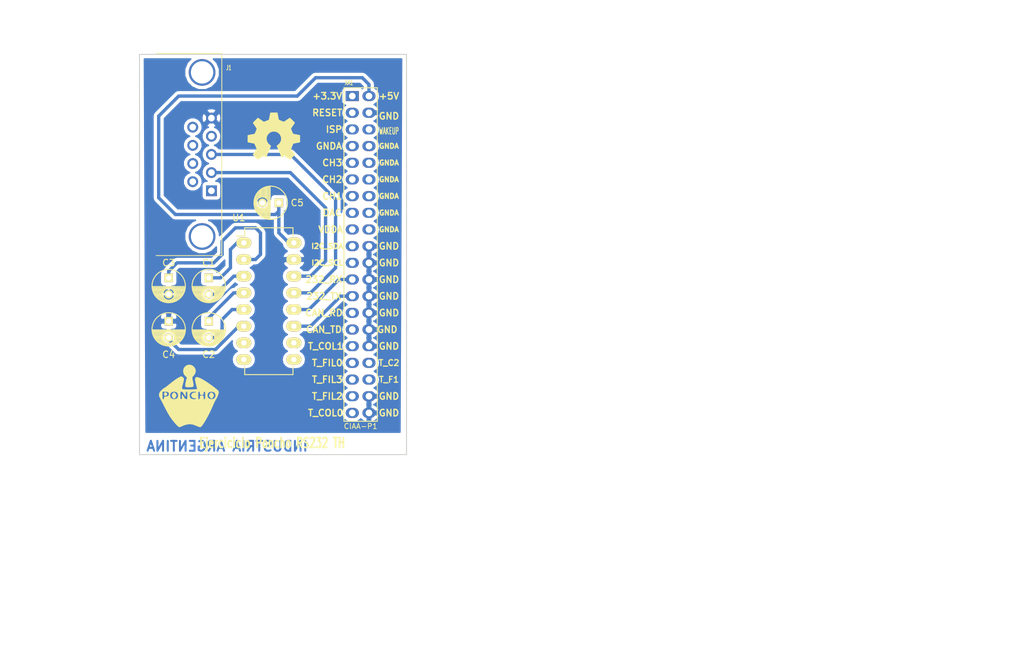
<source format=kicad_pcb>
(kicad_pcb (version 4) (host pcbnew 4.0.2+dfsg1-2~bpo8+1-stable)

  (general
    (links 26)
    (no_connects 0)
    (area 102.159999 73.584999 142.950001 134.695001)
    (thickness 1.6)
    (drawings 23)
    (tracks 109)
    (zones 0)
    (modules 10)
    (nets 13)
  )

  (page A4)
  (title_block
    (title "Ejercicio 2 - Curso Poncho RS232")
    (date 2016-05-28)
    (rev 1.0)
    (company "Diego Brengi")
    (comment 1 "Autores: D.Brengi    Licencia:doc/LICENCIA.txt")
  )

  (layers
    (0 F.Cu jumper)
    (31 B.Cu signal hide)
    (32 B.Adhes user)
    (33 F.Adhes user)
    (34 B.Paste user)
    (35 F.Paste user)
    (36 B.SilkS user)
    (37 F.SilkS user)
    (38 B.Mask user)
    (39 F.Mask user)
    (40 Dwgs.User user)
    (41 Cmts.User user)
    (42 Eco1.User user)
    (43 Eco2.User user)
    (44 Edge.Cuts user)
    (45 Margin user)
    (46 B.CrtYd user)
    (47 F.CrtYd user)
    (48 B.Fab user)
    (49 F.Fab user)
  )

  (setup
    (last_trace_width 0.3048)
    (user_trace_width 0.3048)
    (user_trace_width 0.4826)
    (user_trace_width 0.508)
    (user_trace_width 0.762)
    (user_trace_width 1.27)
    (trace_clearance 0.508)
    (zone_clearance 0.508)
    (zone_45_only no)
    (trace_min 0.2794)
    (segment_width 0.127)
    (edge_width 0.127)
    (via_size 1.27)
    (via_drill 0.7112)
    (via_min_size 1.27)
    (via_min_drill 0.7112)
    (uvia_size 1.27)
    (uvia_drill 0.7112)
    (uvias_allowed no)
    (uvia_min_size 0)
    (uvia_min_drill 0)
    (pcb_text_width 0.4572)
    (pcb_text_size 0.4572 0.7112)
    (mod_edge_width 0.127)
    (mod_text_size 0.4572 0.7112)
    (mod_text_width 0.1143)
    (pad_size 1.524 1.524)
    (pad_drill 0.762)
    (pad_to_mask_clearance 0.2)
    (aux_axis_origin 0 0)
    (visible_elements 7FFEFFFF)
    (pcbplotparams
      (layerselection 0x000f0_80000001)
      (usegerberextensions false)
      (excludeedgelayer false)
      (linewidth 0.100000)
      (plotframeref false)
      (viasonmask false)
      (mode 1)
      (useauxorigin false)
      (hpglpennumber 1)
      (hpglpenspeed 20)
      (hpglpendiameter 15)
      (hpglpenoverlay 2)
      (psnegative false)
      (psa4output false)
      (plotreference true)
      (plotvalue false)
      (plotinvisibletext false)
      (padsonsilk false)
      (subtractmaskfromsilk false)
      (outputformat 1)
      (mirror false)
      (drillshape 0)
      (scaleselection 1)
      (outputdirectory ""))
  )

  (net 0 "")
  (net 1 GND)
  (net 2 "Net-(C1-Pad1)")
  (net 3 "Net-(C1-Pad2)")
  (net 4 "Net-(C2-Pad1)")
  (net 5 "Net-(C2-Pad2)")
  (net 6 "Net-(C4-Pad2)")
  (net 7 /TX)
  (net 8 /RX)
  (net 9 /TX.EDU)
  (net 10 /RX.EDU)
  (net 11 "Net-(C3-Pad1)")
  (net 12 +5V)

  (net_class Default "This is the default net class."
    (clearance 0.508)
    (trace_width 0.3048)
    (via_dia 1.27)
    (via_drill 0.7112)
    (uvia_dia 1.27)
    (uvia_drill 0.7112)
    (add_net +5V)
    (add_net /RX)
    (add_net /RX.EDU)
    (add_net /TX)
    (add_net /TX.EDU)
    (add_net GND)
    (add_net "Net-(C1-Pad1)")
    (add_net "Net-(C1-Pad2)")
    (add_net "Net-(C2-Pad1)")
    (add_net "Net-(C2-Pad2)")
    (add_net "Net-(C3-Pad1)")
    (add_net "Net-(C4-Pad2)")
  )

  (module ej2:Conn_Poncho_Derecha (layer F.Cu) (tedit 565779F5) (tstamp 564FAEFE)
    (at 134.62 80.01)
    (tags "CONN Poncho")
    (path /5749DCE8)
    (fp_text reference XA1 (at -0.508 -2.032) (layer F.SilkS)
      (effects (font (size 0.7112 0.4572) (thickness 0.1143)))
    )
    (fp_text value Conn_Poncho2P_2x_20x2 (at -1.905 51.181) (layer F.SilkS) hide
      (effects (font (size 0.7112 0.4572) (thickness 0.1143)))
    )
    (fp_text user GND (at 5.588 48.26) (layer F.SilkS)
      (effects (font (size 1 1) (thickness 0.2)))
    )
    (fp_text user GND (at 5.588 45.72) (layer F.SilkS)
      (effects (font (size 1 1) (thickness 0.2)))
    )
    (fp_text user T_F1 (at 5.588 43.18) (layer F.SilkS)
      (effects (font (size 0.9 0.9) (thickness 0.18)))
    )
    (fp_text user T_C2 (at 5.588 40.64) (layer F.SilkS)
      (effects (font (size 0.9 0.9) (thickness 0.18)))
    )
    (fp_text user GND (at 5.588 38.1) (layer F.SilkS)
      (effects (font (size 1 1) (thickness 0.2)))
    )
    (fp_text user GND (at 5.334 35.56) (layer F.SilkS)
      (effects (font (size 1 1) (thickness 0.2)))
    )
    (fp_text user GND (at 5.588 33.02) (layer F.SilkS)
      (effects (font (size 1 1) (thickness 0.2)))
    )
    (fp_text user GND (at 5.588 30.48) (layer F.SilkS)
      (effects (font (size 1 1) (thickness 0.2)))
    )
    (fp_text user GND (at 5.588 27.94) (layer F.SilkS)
      (effects (font (size 1 1) (thickness 0.2)))
    )
    (fp_text user GND (at 5.588 25.4) (layer F.SilkS)
      (effects (font (size 1 1) (thickness 0.2)))
    )
    (fp_text user GND (at 5.588 22.86) (layer F.SilkS)
      (effects (font (size 1 1) (thickness 0.2)))
    )
    (fp_text user GNDA (at 5.588 20.32) (layer F.SilkS)
      (effects (font (size 0.76 0.76) (thickness 0.19)))
    )
    (fp_text user GNDA (at 5.588 17.78) (layer F.SilkS)
      (effects (font (size 0.76 0.76) (thickness 0.19)))
    )
    (fp_text user GNDA (at 5.588 15.24) (layer F.SilkS)
      (effects (font (size 0.76 0.76) (thickness 0.19)))
    )
    (fp_text user GNDA (at 5.588 12.7) (layer F.SilkS)
      (effects (font (size 0.76 0.76) (thickness 0.19)))
    )
    (fp_text user GNDA (at 5.588 10.16) (layer F.SilkS)
      (effects (font (size 0.76 0.76) (thickness 0.19)))
    )
    (fp_text user GNDA (at 5.588 7.62) (layer F.SilkS)
      (effects (font (size 0.76 0.76) (thickness 0.19)))
    )
    (fp_text user WAKEUP (at 5.588 5.334) (layer F.SilkS)
      (effects (font (size 1 0.5) (thickness 0.125)))
    )
    (fp_text user GND (at 5.588 3.048) (layer F.SilkS)
      (effects (font (size 1 1) (thickness 0.2)))
    )
    (fp_text user +5V (at 5.588 0) (layer F.SilkS)
      (effects (font (size 1 1) (thickness 0.2)))
    )
    (fp_text user T_COL0 (at -4.064 48.26) (layer F.SilkS)
      (effects (font (size 1 1) (thickness 0.2)))
    )
    (fp_text user T_FIL2 (at -3.81 45.72) (layer F.SilkS)
      (effects (font (size 1 1) (thickness 0.2)))
    )
    (fp_text user T_FIL3 (at -3.81 43.18) (layer F.SilkS)
      (effects (font (size 1 1) (thickness 0.2)))
    )
    (fp_text user T_FIL0 (at -3.81 40.64) (layer F.SilkS)
      (effects (font (size 1 1) (thickness 0.2)))
    )
    (fp_text user T_COL1 (at -4.064 38.1) (layer F.SilkS)
      (effects (font (size 1 1) (thickness 0.2)))
    )
    (fp_text user CAN_TD (at -4.318 35.56) (layer F.SilkS)
      (effects (font (size 1 1) (thickness 0.2)))
    )
    (fp_text user CAN_RD (at -4.318 33.02) (layer F.SilkS)
      (effects (font (size 1 1) (thickness 0.2)))
    )
    (fp_text user 232_TX (at -4.318 30.48) (layer F.SilkS)
      (effects (font (size 1 1) (thickness 0.2)))
    )
    (fp_text user 232_RX (at -4.318 27.94) (layer F.SilkS)
      (effects (font (size 1 1) (thickness 0.2)))
    )
    (fp_text user I2C_SCL (at -3.81 25.4) (layer F.SilkS)
      (effects (font (size 0.8 0.8) (thickness 0.2)))
    )
    (fp_text user I2C_SDA (at -3.81 22.86) (layer F.SilkS)
      (effects (font (size 0.8 0.8) (thickness 0.2)))
    )
    (fp_text user VDDA (at -3.302 20.32) (layer F.SilkS)
      (effects (font (size 1 1) (thickness 0.2)))
    )
    (fp_text user DAC (at -3.048 17.78) (layer F.SilkS)
      (effects (font (size 1 1) (thickness 0.2)))
    )
    (fp_text user CH1 (at -3.048 15.24) (layer F.SilkS)
      (effects (font (size 1 1) (thickness 0.2)))
    )
    (fp_text user CH2 (at -3.048 12.7) (layer F.SilkS)
      (effects (font (size 1 1) (thickness 0.2)))
    )
    (fp_text user CH3 (at -3.048 10.16) (layer F.SilkS)
      (effects (font (size 1 1) (thickness 0.2)))
    )
    (fp_text user GNDA (at -3.556 7.62) (layer F.SilkS)
      (effects (font (size 1 1) (thickness 0.2)))
    )
    (fp_text user ISP (at -2.794 5.08) (layer F.SilkS)
      (effects (font (size 1 1) (thickness 0.2)))
    )
    (fp_text user RESET (at -3.81 2.54) (layer F.SilkS)
      (effects (font (size 1 1) (thickness 0.2)))
    )
    (fp_text user CIAA-P1 (at 1.27 50.292) (layer F.SilkS)
      (effects (font (size 0.8 0.8) (thickness 0.12)))
    )
    (fp_text user +3.3V (at -3.81 0) (layer F.SilkS)
      (effects (font (size 1 1) (thickness 0.2)))
    )
    (fp_line (start -1.27 49.53) (end -1.27 -1.27) (layer F.SilkS) (width 0.15))
    (fp_line (start 3.81 49.53) (end 3.81 -1.27) (layer F.SilkS) (width 0.15))
    (fp_line (start 3.81 49.53) (end -1.27 49.53) (layer F.SilkS) (width 0.15))
    (fp_line (start 3.81 -1.27) (end -1.27 -1.27) (layer F.SilkS) (width 0.15))
    (pad 1 thru_hole rect (at 0 0 270) (size 1.524 2) (drill 1.016) (layers *.Cu *.Mask))
    (pad 2 thru_hole oval (at 2.54 0 270) (size 1.524 2) (drill 1.016) (layers *.Cu *.Mask)
      (net 12 +5V))
    (pad 11 thru_hole oval (at 0 12.7 270) (size 1.524 2) (drill 1.016) (layers *.Cu *.Mask))
    (pad 4 thru_hole oval (at 2.54 2.54 270) (size 1.524 2) (drill 1.016) (layers *.Cu *.Mask)
      (net 1 GND))
    (pad 13 thru_hole oval (at 0 15.24 270) (size 1.524 2) (drill 1.016) (layers *.Cu *.Mask))
    (pad 6 thru_hole oval (at 2.54 5.08 270) (size 1.524 2) (drill 1.016) (layers *.Cu *.Mask))
    (pad 15 thru_hole oval (at 0 17.78 270) (size 1.524 2) (drill 1.016) (layers *.Cu *.Mask))
    (pad 8 thru_hole oval (at 2.54 7.62 270) (size 1.524 2) (drill 1.016) (layers *.Cu *.Mask))
    (pad 17 thru_hole oval (at 0 20.32 270) (size 1.524 2) (drill 1.016) (layers *.Cu *.Mask))
    (pad 10 thru_hole oval (at 2.54 10.16 270) (size 1.524 2) (drill 1.016) (layers *.Cu *.Mask))
    (pad 19 thru_hole oval (at 0 22.86 270) (size 1.524 2) (drill 1.016) (layers *.Cu *.Mask))
    (pad 12 thru_hole oval (at 2.54 12.7 270) (size 1.524 2) (drill 1.016) (layers *.Cu *.Mask))
    (pad 21 thru_hole oval (at 0 25.4 270) (size 1.524 2) (drill 1.016) (layers *.Cu *.Mask))
    (pad 14 thru_hole oval (at 2.54 15.24 270) (size 1.524 2) (drill 1.016) (layers *.Cu *.Mask))
    (pad 23 thru_hole oval (at 0 27.94 270) (size 1.524 2) (drill 1.016) (layers *.Cu *.Mask)
      (net 10 /RX.EDU))
    (pad 16 thru_hole oval (at 2.54 17.78 270) (size 1.524 2) (drill 1.016) (layers *.Cu *.Mask))
    (pad 25 thru_hole oval (at 0 30.48 270) (size 1.524 2) (drill 1.016) (layers *.Cu *.Mask)
      (net 9 /TX.EDU))
    (pad 18 thru_hole oval (at 2.54 20.32 270) (size 1.524 2) (drill 1.016) (layers *.Cu *.Mask))
    (pad 27 thru_hole oval (at 0 33.02 270) (size 1.524 2) (drill 1.016) (layers *.Cu *.Mask))
    (pad 20 thru_hole oval (at 2.54 22.86 270) (size 1.524 2) (drill 1.016) (layers *.Cu *.Mask)
      (net 1 GND))
    (pad 29 thru_hole oval (at 0 35.56 270) (size 1.524 2) (drill 1.016) (layers *.Cu *.Mask))
    (pad 22 thru_hole oval (at 2.54 25.4 270) (size 1.524 2) (drill 1.016) (layers *.Cu *.Mask)
      (net 1 GND))
    (pad 31 thru_hole oval (at 0 38.1 270) (size 1.524 2) (drill 1.016) (layers *.Cu *.Mask))
    (pad 24 thru_hole oval (at 2.54 27.94 270) (size 1.524 2) (drill 1.016) (layers *.Cu *.Mask)
      (net 1 GND))
    (pad 26 thru_hole oval (at 2.54 30.48 270) (size 1.524 2) (drill 1.016) (layers *.Cu *.Mask)
      (net 1 GND))
    (pad 33 thru_hole oval (at 0 40.64 270) (size 1.524 2) (drill 1.016) (layers *.Cu *.Mask))
    (pad 28 thru_hole oval (at 2.54 33.02 270) (size 1.524 2) (drill 1.016) (layers *.Cu *.Mask)
      (net 1 GND))
    (pad 32 thru_hole oval (at 2.54 38.1 270) (size 1.524 2) (drill 1.016) (layers *.Cu *.Mask)
      (net 1 GND))
    (pad 34 thru_hole oval (at 2.54 40.64 270) (size 1.524 2) (drill 1.016) (layers *.Cu *.Mask))
    (pad 36 thru_hole oval (at 2.54 43.18 270) (size 1.524 2) (drill 1.016) (layers *.Cu *.Mask))
    (pad 38 thru_hole oval (at 2.54 45.72 270) (size 1.524 2) (drill 1.016) (layers *.Cu *.Mask)
      (net 1 GND))
    (pad 35 thru_hole oval (at 0 43.18 270) (size 1.524 2) (drill 1.016) (layers *.Cu *.Mask))
    (pad 37 thru_hole oval (at 0 45.72 270) (size 1.524 2) (drill 1.016) (layers *.Cu *.Mask))
    (pad 3 thru_hole oval (at 0 2.54 270) (size 1.524 2) (drill 1.016) (layers *.Cu *.Mask))
    (pad 5 thru_hole oval (at 0 5.08 270) (size 1.524 2) (drill 1.016) (layers *.Cu *.Mask))
    (pad 7 thru_hole oval (at 0 7.62 270) (size 1.524 2) (drill 1.016) (layers *.Cu *.Mask))
    (pad 9 thru_hole oval (at 0 10.16 270) (size 1.524 2) (drill 1.016) (layers *.Cu *.Mask))
    (pad 39 thru_hole oval (at 0 48.26 270) (size 1.524 2) (drill 1.016) (layers *.Cu *.Mask))
    (pad 40 thru_hole oval (at 2.54 48.26 270) (size 1.524 2) (drill 1.016) (layers *.Cu *.Mask)
      (net 1 GND))
    (pad 30 thru_hole oval (at 2.54 35.56 270) (size 1.524 2) (drill 1.016) (layers *.Cu *.Mask)
      (net 1 GND))
    (model ${KIPRJMOD}/ej2.3dshapes/pin_strip_20x2.wrl
      (at (xyz 0.05 -0.95 -0.063))
      (scale (xyz 1 1 1))
      (rotate (xyz 180 0 90))
    )
  )

  (module ej2:DB9_F_TH (layer F.Cu) (tedit 574A42E8) (tstamp 564FAFE7)
    (at 111.76 88.9 90)
    (path /5749EC2F)
    (fp_text reference J1 (at 13.208 4.064 180) (layer F.SilkS)
      (effects (font (size 0.7112 0.4572) (thickness 0.1143)))
    )
    (fp_text value DB9-F (at 0 4.1 90) (layer F.SilkS) hide
      (effects (font (size 0.7112 0.4572) (thickness 0.1143)))
    )
    (fp_line (start 15.4 3) (end 15.4 -7) (layer F.SilkS) (width 0.127))
    (fp_line (start 15.4 -9.5) (end 15.4 -7) (layer Dwgs.User) (width 0.127))
    (fp_line (start -15.4 3) (end -15.4 -7) (layer F.SilkS) (width 0.127))
    (fp_line (start -15.4 -9.5) (end -15.4 -7) (layer Dwgs.User) (width 0.127))
    (fp_line (start -15.4 -9.1) (end 15.4 -9.1) (layer Dwgs.User) (width 0.127))
    (fp_arc (start -14.2 -14.3) (end -14.2 -14.5) (angle 90) (layer Dwgs.User) (width 0.127))
    (fp_arc (start -13.8 -14.3) (end -14 -14.3) (angle 90) (layer Dwgs.User) (width 0.127))
    (fp_arc (start -10.8 -14.3) (end -11 -14.3) (angle 90) (layer Dwgs.User) (width 0.127))
    (fp_arc (start -11.2 -14.3) (end -11.2 -14.5) (angle 90) (layer Dwgs.User) (width 0.127))
    (fp_arc (start 11.2 -14.3) (end 11 -14.3) (angle 90) (layer Dwgs.User) (width 0.127))
    (fp_arc (start 10.8 -14.3) (end 10.8 -14.5) (angle 90) (layer Dwgs.User) (width 0.127))
    (fp_arc (start 14.2 -14.3) (end 14 -14.3) (angle 90) (layer Dwgs.User) (width 0.127))
    (fp_arc (start 13.8 -14.3) (end 13.8 -14.5) (angle 90) (layer Dwgs.User) (width 0.127))
    (fp_line (start 10 -14.1) (end 10 -9.5) (layer Dwgs.User) (width 0.127))
    (fp_line (start 15 -14.1) (end 15 -9.5) (layer Dwgs.User) (width 0.127))
    (fp_line (start 10.4 -14.5) (end 14.6 -14.5) (layer Dwgs.User) (width 0.127))
    (fp_line (start -15 -14.1) (end -15 -9.5) (layer Dwgs.User) (width 0.127))
    (fp_line (start -10 -14.1) (end -10 -9.5) (layer Dwgs.User) (width 0.127))
    (fp_line (start -14.6 -14.5) (end -10.4 -14.5) (layer Dwgs.User) (width 0.127))
    (fp_arc (start -14.6 -14.1) (end -15 -14.1) (angle 90) (layer Dwgs.User) (width 0.127))
    (fp_arc (start -10.4 -14.1) (end -10.4 -14.5) (angle 90) (layer Dwgs.User) (width 0.127))
    (fp_arc (start 10.4 -14.1) (end 10 -14.1) (angle 90) (layer Dwgs.User) (width 0.127))
    (fp_arc (start 14.6 -14.1) (end 14.6 -14.5) (angle 90) (layer Dwgs.User) (width 0.127))
    (fp_line (start 14 -14.5) (end 14 -9.5) (layer Dwgs.User) (width 0.127))
    (fp_line (start 11 -14.5) (end 11 -9.5) (layer Dwgs.User) (width 0.127))
    (fp_line (start -11 -14.5) (end -11 -9.5) (layer Dwgs.User) (width 0.127))
    (fp_line (start -14 -14.5) (end -14 -9.5) (layer Dwgs.User) (width 0.127))
    (fp_line (start 7.8 -15.3) (end -7.8 -15.3) (layer Dwgs.User) (width 0.127))
    (fp_line (start 8.2 -14.9) (end 8.2 -9.5) (layer Dwgs.User) (width 0.127))
    (fp_line (start -8.2 -14.9) (end -8.2 -9.5) (layer Dwgs.User) (width 0.127))
    (fp_arc (start -7.8 -14.9) (end -8.2 -14.9) (angle 90) (layer Dwgs.User) (width 0.127))
    (fp_arc (start 7.8 -14.9) (end 7.8 -15.3) (angle 90) (layer Dwgs.User) (width 0.127))
    (fp_line (start 15.4 3) (end -15.4 3) (layer F.SilkS) (width 0.127))
    (fp_line (start -15.4 -9.5) (end 15.4 -9.5) (layer Dwgs.User) (width 0.127))
    (pad 1 thru_hole rect (at -5.5372 1.4224 90) (size 1.651 1.651) (drill 1.016) (layers *.Cu *.Mask))
    (pad 2 thru_hole circle (at -2.7686 1.4224 90) (size 1.651 1.651) (drill 1.016) (layers *.Cu *.Mask)
      (net 7 /TX))
    (pad 3 thru_hole circle (at 0 1.4224 90) (size 1.651 1.651) (drill 1.016) (layers *.Cu *.Mask)
      (net 8 /RX))
    (pad 4 thru_hole circle (at 2.7686 1.4224 90) (size 1.651 1.651) (drill 1.016) (layers *.Cu *.Mask))
    (pad 5 thru_hole circle (at 5.5372 1.4224 90) (size 1.651 1.651) (drill 1.016) (layers *.Cu *.Mask)
      (net 1 GND))
    (pad 6 thru_hole circle (at -4.1529 -1.4224 90) (size 1.651 1.651) (drill 1.016) (layers *.Cu *.Mask))
    (pad 7 thru_hole circle (at -1.3843 -1.4224 90) (size 1.651 1.651) (drill 1.016) (layers *.Cu *.Mask))
    (pad 8 thru_hole circle (at 1.3843 -1.4224 90) (size 1.651 1.651) (drill 1.016) (layers *.Cu *.Mask))
    (pad 9 thru_hole circle (at 4.1529 -1.4224 90) (size 1.651 1.651) (drill 1.016) (layers *.Cu *.Mask))
    (pad 10 thru_hole circle (at -12.4968 0 90) (size 4.064 4.064) (drill 3.4) (layers *.Cu *.Mask))
    (pad 11 thru_hole circle (at 12.4968 0 90) (size 4.064 4.064) (drill 3.4) (layers *.Cu *.Mask))
    (model ${KIPRJMOD}/ej2.3dshapes/db_9f.wrl
      (at (xyz 0 0.31 0))
      (scale (xyz 1 1.1 1))
      (rotate (xyz 0 0 180))
    )
  )

  (module ej2:DIP-16_W7.62mm_LongPads (layer F.Cu) (tedit 574A42F5) (tstamp 5749F9A8)
    (at 118.11 102.362)
    (descr "16-lead dip package, row spacing 7.62 mm (300 mils), longer pads")
    (tags "dil dip 2.54 300")
    (path /5749ECA7)
    (fp_text reference U1 (at -0.762 -3.81) (layer F.SilkS)
      (effects (font (size 1 1) (thickness 0.15)))
    )
    (fp_text value MAX232 (at 0 -3.72) (layer F.Fab)
      (effects (font (size 1 1) (thickness 0.15)))
    )
    (fp_line (start -1.4 -2.45) (end -1.4 20.25) (layer F.CrtYd) (width 0.05))
    (fp_line (start 9 -2.45) (end 9 20.25) (layer F.CrtYd) (width 0.05))
    (fp_line (start -1.4 -2.45) (end 9 -2.45) (layer F.CrtYd) (width 0.05))
    (fp_line (start -1.4 20.25) (end 9 20.25) (layer F.CrtYd) (width 0.05))
    (fp_line (start 0.135 -2.295) (end 0.135 -1.025) (layer F.SilkS) (width 0.15))
    (fp_line (start 7.485 -2.295) (end 7.485 -1.025) (layer F.SilkS) (width 0.15))
    (fp_line (start 7.485 20.075) (end 7.485 18.805) (layer F.SilkS) (width 0.15))
    (fp_line (start 0.135 20.075) (end 0.135 18.805) (layer F.SilkS) (width 0.15))
    (fp_line (start 0.135 -2.295) (end 7.485 -2.295) (layer F.SilkS) (width 0.15))
    (fp_line (start 0.135 20.075) (end 7.485 20.075) (layer F.SilkS) (width 0.15))
    (fp_line (start 0.135 -1.025) (end -1.15 -1.025) (layer F.SilkS) (width 0.15))
    (pad 1 thru_hole oval (at 0 0) (size 2.3 1.6) (drill 0.8) (layers *.Cu *.Mask F.SilkS)
      (net 2 "Net-(C1-Pad1)"))
    (pad 2 thru_hole oval (at 0 2.54) (size 2.3 1.6) (drill 0.8) (layers *.Cu *.Mask F.SilkS)
      (net 11 "Net-(C3-Pad1)"))
    (pad 3 thru_hole oval (at 0 5.08) (size 2.3 1.6) (drill 0.8) (layers *.Cu *.Mask F.SilkS)
      (net 3 "Net-(C1-Pad2)"))
    (pad 4 thru_hole oval (at 0 7.62) (size 2.3 1.6) (drill 0.8) (layers *.Cu *.Mask F.SilkS)
      (net 4 "Net-(C2-Pad1)"))
    (pad 5 thru_hole oval (at 0 10.16) (size 2.3 1.6) (drill 0.8) (layers *.Cu *.Mask F.SilkS)
      (net 5 "Net-(C2-Pad2)"))
    (pad 6 thru_hole oval (at 0 12.7) (size 2.3 1.6) (drill 0.8) (layers *.Cu *.Mask F.SilkS)
      (net 6 "Net-(C4-Pad2)"))
    (pad 7 thru_hole oval (at 0 15.24) (size 2.3 1.6) (drill 0.8) (layers *.Cu *.Mask F.SilkS))
    (pad 8 thru_hole oval (at 0 17.78) (size 2.3 1.6) (drill 0.8) (layers *.Cu *.Mask F.SilkS))
    (pad 9 thru_hole oval (at 7.62 17.78) (size 2.3 1.6) (drill 0.8) (layers *.Cu *.Mask F.SilkS))
    (pad 10 thru_hole oval (at 7.62 15.24) (size 2.3 1.6) (drill 0.8) (layers *.Cu *.Mask F.SilkS))
    (pad 11 thru_hole oval (at 7.62 12.7) (size 2.3 1.6) (drill 0.8) (layers *.Cu *.Mask F.SilkS)
      (net 9 /TX.EDU))
    (pad 12 thru_hole oval (at 7.62 10.16) (size 2.3 1.6) (drill 0.8) (layers *.Cu *.Mask F.SilkS)
      (net 10 /RX.EDU))
    (pad 13 thru_hole oval (at 7.62 7.62) (size 2.3 1.6) (drill 0.8) (layers *.Cu *.Mask F.SilkS)
      (net 8 /RX))
    (pad 14 thru_hole oval (at 7.62 5.08) (size 2.3 1.6) (drill 0.8) (layers *.Cu *.Mask F.SilkS)
      (net 7 /TX))
    (pad 15 thru_hole oval (at 7.62 2.54) (size 2.3 1.6) (drill 0.8) (layers *.Cu *.Mask F.SilkS)
      (net 1 GND))
    (pad 16 thru_hole oval (at 7.62 0) (size 2.3 1.6) (drill 0.8) (layers *.Cu *.Mask F.SilkS)
      (net 12 +5V))
    (model ${KIPRJMOD}/ej2.3dshapes/DIP-16_W7.62mm_LongPads.wrl
      (at (xyz 0 0 0))
      (scale (xyz 1 1 1))
      (rotate (xyz 0 0 0))
    )
  )

  (module Capacitors_ThroughHole:C_Radial_D5_L6_P2.5 (layer F.Cu) (tedit 574A42D4) (tstamp 574A26DD)
    (at 112.776 107.696 270)
    (descr "Radial Electrolytic Capacitor Diameter 5mm x Length 6mm, Pitch 2.5mm")
    (tags "Electrolytic Capacitor")
    (path /5749EC55)
    (fp_text reference C1 (at -2.286 0 360) (layer F.SilkS)
      (effects (font (size 1 1) (thickness 0.15)))
    )
    (fp_text value 1uF (at 1.25 3.8 270) (layer F.Fab)
      (effects (font (size 1 1) (thickness 0.15)))
    )
    (fp_line (start 1.325 -2.499) (end 1.325 2.499) (layer F.SilkS) (width 0.15))
    (fp_line (start 1.465 -2.491) (end 1.465 2.491) (layer F.SilkS) (width 0.15))
    (fp_line (start 1.605 -2.475) (end 1.605 -0.095) (layer F.SilkS) (width 0.15))
    (fp_line (start 1.605 0.095) (end 1.605 2.475) (layer F.SilkS) (width 0.15))
    (fp_line (start 1.745 -2.451) (end 1.745 -0.49) (layer F.SilkS) (width 0.15))
    (fp_line (start 1.745 0.49) (end 1.745 2.451) (layer F.SilkS) (width 0.15))
    (fp_line (start 1.885 -2.418) (end 1.885 -0.657) (layer F.SilkS) (width 0.15))
    (fp_line (start 1.885 0.657) (end 1.885 2.418) (layer F.SilkS) (width 0.15))
    (fp_line (start 2.025 -2.377) (end 2.025 -0.764) (layer F.SilkS) (width 0.15))
    (fp_line (start 2.025 0.764) (end 2.025 2.377) (layer F.SilkS) (width 0.15))
    (fp_line (start 2.165 -2.327) (end 2.165 -0.835) (layer F.SilkS) (width 0.15))
    (fp_line (start 2.165 0.835) (end 2.165 2.327) (layer F.SilkS) (width 0.15))
    (fp_line (start 2.305 -2.266) (end 2.305 -0.879) (layer F.SilkS) (width 0.15))
    (fp_line (start 2.305 0.879) (end 2.305 2.266) (layer F.SilkS) (width 0.15))
    (fp_line (start 2.445 -2.196) (end 2.445 -0.898) (layer F.SilkS) (width 0.15))
    (fp_line (start 2.445 0.898) (end 2.445 2.196) (layer F.SilkS) (width 0.15))
    (fp_line (start 2.585 -2.114) (end 2.585 -0.896) (layer F.SilkS) (width 0.15))
    (fp_line (start 2.585 0.896) (end 2.585 2.114) (layer F.SilkS) (width 0.15))
    (fp_line (start 2.725 -2.019) (end 2.725 -0.871) (layer F.SilkS) (width 0.15))
    (fp_line (start 2.725 0.871) (end 2.725 2.019) (layer F.SilkS) (width 0.15))
    (fp_line (start 2.865 -1.908) (end 2.865 -0.823) (layer F.SilkS) (width 0.15))
    (fp_line (start 2.865 0.823) (end 2.865 1.908) (layer F.SilkS) (width 0.15))
    (fp_line (start 3.005 -1.78) (end 3.005 -0.745) (layer F.SilkS) (width 0.15))
    (fp_line (start 3.005 0.745) (end 3.005 1.78) (layer F.SilkS) (width 0.15))
    (fp_line (start 3.145 -1.631) (end 3.145 -0.628) (layer F.SilkS) (width 0.15))
    (fp_line (start 3.145 0.628) (end 3.145 1.631) (layer F.SilkS) (width 0.15))
    (fp_line (start 3.285 -1.452) (end 3.285 -0.44) (layer F.SilkS) (width 0.15))
    (fp_line (start 3.285 0.44) (end 3.285 1.452) (layer F.SilkS) (width 0.15))
    (fp_line (start 3.425 -1.233) (end 3.425 1.233) (layer F.SilkS) (width 0.15))
    (fp_line (start 3.565 -0.944) (end 3.565 0.944) (layer F.SilkS) (width 0.15))
    (fp_line (start 3.705 -0.472) (end 3.705 0.472) (layer F.SilkS) (width 0.15))
    (fp_circle (center 2.5 0) (end 2.5 -0.9) (layer F.SilkS) (width 0.15))
    (fp_circle (center 1.25 0) (end 1.25 -2.5375) (layer F.SilkS) (width 0.15))
    (fp_circle (center 1.25 0) (end 1.25 -2.8) (layer F.CrtYd) (width 0.05))
    (pad 1 thru_hole rect (at 0 0 270) (size 1.3 1.3) (drill 0.8) (layers *.Cu *.Mask F.SilkS)
      (net 2 "Net-(C1-Pad1)"))
    (pad 2 thru_hole circle (at 2.5 0 270) (size 1.3 1.3) (drill 0.8) (layers *.Cu *.Mask F.SilkS)
      (net 3 "Net-(C1-Pad2)"))
    (model ${KIPRJMOD}/ej2.3dshapes/C_Radial_D5_L6_P2.5.wrl
      (at (xyz 0.049213 0 0))
      (scale (xyz 1 1 1))
      (rotate (xyz 0 0 90))
    )
  )

  (module Capacitors_ThroughHole:C_Radial_D5_L6_P2.5 (layer F.Cu) (tedit 574A42CF) (tstamp 574A2704)
    (at 112.776 114.3 270)
    (descr "Radial Electrolytic Capacitor Diameter 5mm x Length 6mm, Pitch 2.5mm")
    (tags "Electrolytic Capacitor")
    (path /5749EC5D)
    (fp_text reference C2 (at 5.08 0 360) (layer F.SilkS)
      (effects (font (size 1 1) (thickness 0.15)))
    )
    (fp_text value 1uF (at 1.25 3.8 270) (layer F.Fab)
      (effects (font (size 1 1) (thickness 0.15)))
    )
    (fp_line (start 1.325 -2.499) (end 1.325 2.499) (layer F.SilkS) (width 0.15))
    (fp_line (start 1.465 -2.491) (end 1.465 2.491) (layer F.SilkS) (width 0.15))
    (fp_line (start 1.605 -2.475) (end 1.605 -0.095) (layer F.SilkS) (width 0.15))
    (fp_line (start 1.605 0.095) (end 1.605 2.475) (layer F.SilkS) (width 0.15))
    (fp_line (start 1.745 -2.451) (end 1.745 -0.49) (layer F.SilkS) (width 0.15))
    (fp_line (start 1.745 0.49) (end 1.745 2.451) (layer F.SilkS) (width 0.15))
    (fp_line (start 1.885 -2.418) (end 1.885 -0.657) (layer F.SilkS) (width 0.15))
    (fp_line (start 1.885 0.657) (end 1.885 2.418) (layer F.SilkS) (width 0.15))
    (fp_line (start 2.025 -2.377) (end 2.025 -0.764) (layer F.SilkS) (width 0.15))
    (fp_line (start 2.025 0.764) (end 2.025 2.377) (layer F.SilkS) (width 0.15))
    (fp_line (start 2.165 -2.327) (end 2.165 -0.835) (layer F.SilkS) (width 0.15))
    (fp_line (start 2.165 0.835) (end 2.165 2.327) (layer F.SilkS) (width 0.15))
    (fp_line (start 2.305 -2.266) (end 2.305 -0.879) (layer F.SilkS) (width 0.15))
    (fp_line (start 2.305 0.879) (end 2.305 2.266) (layer F.SilkS) (width 0.15))
    (fp_line (start 2.445 -2.196) (end 2.445 -0.898) (layer F.SilkS) (width 0.15))
    (fp_line (start 2.445 0.898) (end 2.445 2.196) (layer F.SilkS) (width 0.15))
    (fp_line (start 2.585 -2.114) (end 2.585 -0.896) (layer F.SilkS) (width 0.15))
    (fp_line (start 2.585 0.896) (end 2.585 2.114) (layer F.SilkS) (width 0.15))
    (fp_line (start 2.725 -2.019) (end 2.725 -0.871) (layer F.SilkS) (width 0.15))
    (fp_line (start 2.725 0.871) (end 2.725 2.019) (layer F.SilkS) (width 0.15))
    (fp_line (start 2.865 -1.908) (end 2.865 -0.823) (layer F.SilkS) (width 0.15))
    (fp_line (start 2.865 0.823) (end 2.865 1.908) (layer F.SilkS) (width 0.15))
    (fp_line (start 3.005 -1.78) (end 3.005 -0.745) (layer F.SilkS) (width 0.15))
    (fp_line (start 3.005 0.745) (end 3.005 1.78) (layer F.SilkS) (width 0.15))
    (fp_line (start 3.145 -1.631) (end 3.145 -0.628) (layer F.SilkS) (width 0.15))
    (fp_line (start 3.145 0.628) (end 3.145 1.631) (layer F.SilkS) (width 0.15))
    (fp_line (start 3.285 -1.452) (end 3.285 -0.44) (layer F.SilkS) (width 0.15))
    (fp_line (start 3.285 0.44) (end 3.285 1.452) (layer F.SilkS) (width 0.15))
    (fp_line (start 3.425 -1.233) (end 3.425 1.233) (layer F.SilkS) (width 0.15))
    (fp_line (start 3.565 -0.944) (end 3.565 0.944) (layer F.SilkS) (width 0.15))
    (fp_line (start 3.705 -0.472) (end 3.705 0.472) (layer F.SilkS) (width 0.15))
    (fp_circle (center 2.5 0) (end 2.5 -0.9) (layer F.SilkS) (width 0.15))
    (fp_circle (center 1.25 0) (end 1.25 -2.5375) (layer F.SilkS) (width 0.15))
    (fp_circle (center 1.25 0) (end 1.25 -2.8) (layer F.CrtYd) (width 0.05))
    (pad 1 thru_hole rect (at 0 0 270) (size 1.3 1.3) (drill 0.8) (layers *.Cu *.Mask F.SilkS)
      (net 4 "Net-(C2-Pad1)"))
    (pad 2 thru_hole circle (at 2.5 0 270) (size 1.3 1.3) (drill 0.8) (layers *.Cu *.Mask F.SilkS)
      (net 5 "Net-(C2-Pad2)"))
    (model ${KIPRJMOD}/ej2.3dshapes/C_Radial_D5_L6_P2.5.wrl
      (at (xyz 0.049213 0 0))
      (scale (xyz 1 1 1))
      (rotate (xyz 0 0 90))
    )
  )

  (module Capacitors_ThroughHole:C_Radial_D5_L6_P2.5 (layer F.Cu) (tedit 574A42DE) (tstamp 574A272B)
    (at 106.68 107.696 270)
    (descr "Radial Electrolytic Capacitor Diameter 5mm x Length 6mm, Pitch 2.5mm")
    (tags "Electrolytic Capacitor")
    (path /5749EC45)
    (fp_text reference C3 (at -2.286 0 360) (layer F.SilkS)
      (effects (font (size 1 1) (thickness 0.15)))
    )
    (fp_text value 1uF (at 1.25 3.8 270) (layer F.Fab)
      (effects (font (size 1 1) (thickness 0.15)))
    )
    (fp_line (start 1.325 -2.499) (end 1.325 2.499) (layer F.SilkS) (width 0.15))
    (fp_line (start 1.465 -2.491) (end 1.465 2.491) (layer F.SilkS) (width 0.15))
    (fp_line (start 1.605 -2.475) (end 1.605 -0.095) (layer F.SilkS) (width 0.15))
    (fp_line (start 1.605 0.095) (end 1.605 2.475) (layer F.SilkS) (width 0.15))
    (fp_line (start 1.745 -2.451) (end 1.745 -0.49) (layer F.SilkS) (width 0.15))
    (fp_line (start 1.745 0.49) (end 1.745 2.451) (layer F.SilkS) (width 0.15))
    (fp_line (start 1.885 -2.418) (end 1.885 -0.657) (layer F.SilkS) (width 0.15))
    (fp_line (start 1.885 0.657) (end 1.885 2.418) (layer F.SilkS) (width 0.15))
    (fp_line (start 2.025 -2.377) (end 2.025 -0.764) (layer F.SilkS) (width 0.15))
    (fp_line (start 2.025 0.764) (end 2.025 2.377) (layer F.SilkS) (width 0.15))
    (fp_line (start 2.165 -2.327) (end 2.165 -0.835) (layer F.SilkS) (width 0.15))
    (fp_line (start 2.165 0.835) (end 2.165 2.327) (layer F.SilkS) (width 0.15))
    (fp_line (start 2.305 -2.266) (end 2.305 -0.879) (layer F.SilkS) (width 0.15))
    (fp_line (start 2.305 0.879) (end 2.305 2.266) (layer F.SilkS) (width 0.15))
    (fp_line (start 2.445 -2.196) (end 2.445 -0.898) (layer F.SilkS) (width 0.15))
    (fp_line (start 2.445 0.898) (end 2.445 2.196) (layer F.SilkS) (width 0.15))
    (fp_line (start 2.585 -2.114) (end 2.585 -0.896) (layer F.SilkS) (width 0.15))
    (fp_line (start 2.585 0.896) (end 2.585 2.114) (layer F.SilkS) (width 0.15))
    (fp_line (start 2.725 -2.019) (end 2.725 -0.871) (layer F.SilkS) (width 0.15))
    (fp_line (start 2.725 0.871) (end 2.725 2.019) (layer F.SilkS) (width 0.15))
    (fp_line (start 2.865 -1.908) (end 2.865 -0.823) (layer F.SilkS) (width 0.15))
    (fp_line (start 2.865 0.823) (end 2.865 1.908) (layer F.SilkS) (width 0.15))
    (fp_line (start 3.005 -1.78) (end 3.005 -0.745) (layer F.SilkS) (width 0.15))
    (fp_line (start 3.005 0.745) (end 3.005 1.78) (layer F.SilkS) (width 0.15))
    (fp_line (start 3.145 -1.631) (end 3.145 -0.628) (layer F.SilkS) (width 0.15))
    (fp_line (start 3.145 0.628) (end 3.145 1.631) (layer F.SilkS) (width 0.15))
    (fp_line (start 3.285 -1.452) (end 3.285 -0.44) (layer F.SilkS) (width 0.15))
    (fp_line (start 3.285 0.44) (end 3.285 1.452) (layer F.SilkS) (width 0.15))
    (fp_line (start 3.425 -1.233) (end 3.425 1.233) (layer F.SilkS) (width 0.15))
    (fp_line (start 3.565 -0.944) (end 3.565 0.944) (layer F.SilkS) (width 0.15))
    (fp_line (start 3.705 -0.472) (end 3.705 0.472) (layer F.SilkS) (width 0.15))
    (fp_circle (center 2.5 0) (end 2.5 -0.9) (layer F.SilkS) (width 0.15))
    (fp_circle (center 1.25 0) (end 1.25 -2.5375) (layer F.SilkS) (width 0.15))
    (fp_circle (center 1.25 0) (end 1.25 -2.8) (layer F.CrtYd) (width 0.05))
    (pad 1 thru_hole rect (at 0 0 270) (size 1.3 1.3) (drill 0.8) (layers *.Cu *.Mask F.SilkS)
      (net 11 "Net-(C3-Pad1)"))
    (pad 2 thru_hole circle (at 2.5 0 270) (size 1.3 1.3) (drill 0.8) (layers *.Cu *.Mask F.SilkS)
      (net 1 GND))
    (model ${KIPRJMOD}/ej2.3dshapes/C_Radial_D5_L6_P2.5.wrl
      (at (xyz 0.049213 0 0))
      (scale (xyz 1 1 1))
      (rotate (xyz 0 0 90))
    )
  )

  (module Capacitors_ThroughHole:C_Radial_D5_L6_P2.5 (layer F.Cu) (tedit 574A42CA) (tstamp 574A2752)
    (at 106.68 114.3 270)
    (descr "Radial Electrolytic Capacitor Diameter 5mm x Length 6mm, Pitch 2.5mm")
    (tags "Electrolytic Capacitor")
    (path /5749EC4D)
    (fp_text reference C4 (at 5.08 0 360) (layer F.SilkS)
      (effects (font (size 1 1) (thickness 0.15)))
    )
    (fp_text value 1uF (at 1.25 3.8 270) (layer F.Fab)
      (effects (font (size 1 1) (thickness 0.15)))
    )
    (fp_line (start 1.325 -2.499) (end 1.325 2.499) (layer F.SilkS) (width 0.15))
    (fp_line (start 1.465 -2.491) (end 1.465 2.491) (layer F.SilkS) (width 0.15))
    (fp_line (start 1.605 -2.475) (end 1.605 -0.095) (layer F.SilkS) (width 0.15))
    (fp_line (start 1.605 0.095) (end 1.605 2.475) (layer F.SilkS) (width 0.15))
    (fp_line (start 1.745 -2.451) (end 1.745 -0.49) (layer F.SilkS) (width 0.15))
    (fp_line (start 1.745 0.49) (end 1.745 2.451) (layer F.SilkS) (width 0.15))
    (fp_line (start 1.885 -2.418) (end 1.885 -0.657) (layer F.SilkS) (width 0.15))
    (fp_line (start 1.885 0.657) (end 1.885 2.418) (layer F.SilkS) (width 0.15))
    (fp_line (start 2.025 -2.377) (end 2.025 -0.764) (layer F.SilkS) (width 0.15))
    (fp_line (start 2.025 0.764) (end 2.025 2.377) (layer F.SilkS) (width 0.15))
    (fp_line (start 2.165 -2.327) (end 2.165 -0.835) (layer F.SilkS) (width 0.15))
    (fp_line (start 2.165 0.835) (end 2.165 2.327) (layer F.SilkS) (width 0.15))
    (fp_line (start 2.305 -2.266) (end 2.305 -0.879) (layer F.SilkS) (width 0.15))
    (fp_line (start 2.305 0.879) (end 2.305 2.266) (layer F.SilkS) (width 0.15))
    (fp_line (start 2.445 -2.196) (end 2.445 -0.898) (layer F.SilkS) (width 0.15))
    (fp_line (start 2.445 0.898) (end 2.445 2.196) (layer F.SilkS) (width 0.15))
    (fp_line (start 2.585 -2.114) (end 2.585 -0.896) (layer F.SilkS) (width 0.15))
    (fp_line (start 2.585 0.896) (end 2.585 2.114) (layer F.SilkS) (width 0.15))
    (fp_line (start 2.725 -2.019) (end 2.725 -0.871) (layer F.SilkS) (width 0.15))
    (fp_line (start 2.725 0.871) (end 2.725 2.019) (layer F.SilkS) (width 0.15))
    (fp_line (start 2.865 -1.908) (end 2.865 -0.823) (layer F.SilkS) (width 0.15))
    (fp_line (start 2.865 0.823) (end 2.865 1.908) (layer F.SilkS) (width 0.15))
    (fp_line (start 3.005 -1.78) (end 3.005 -0.745) (layer F.SilkS) (width 0.15))
    (fp_line (start 3.005 0.745) (end 3.005 1.78) (layer F.SilkS) (width 0.15))
    (fp_line (start 3.145 -1.631) (end 3.145 -0.628) (layer F.SilkS) (width 0.15))
    (fp_line (start 3.145 0.628) (end 3.145 1.631) (layer F.SilkS) (width 0.15))
    (fp_line (start 3.285 -1.452) (end 3.285 -0.44) (layer F.SilkS) (width 0.15))
    (fp_line (start 3.285 0.44) (end 3.285 1.452) (layer F.SilkS) (width 0.15))
    (fp_line (start 3.425 -1.233) (end 3.425 1.233) (layer F.SilkS) (width 0.15))
    (fp_line (start 3.565 -0.944) (end 3.565 0.944) (layer F.SilkS) (width 0.15))
    (fp_line (start 3.705 -0.472) (end 3.705 0.472) (layer F.SilkS) (width 0.15))
    (fp_circle (center 2.5 0) (end 2.5 -0.9) (layer F.SilkS) (width 0.15))
    (fp_circle (center 1.25 0) (end 1.25 -2.5375) (layer F.SilkS) (width 0.15))
    (fp_circle (center 1.25 0) (end 1.25 -2.8) (layer F.CrtYd) (width 0.05))
    (pad 1 thru_hole rect (at 0 0 270) (size 1.3 1.3) (drill 0.8) (layers *.Cu *.Mask F.SilkS)
      (net 1 GND))
    (pad 2 thru_hole circle (at 2.5 0 270) (size 1.3 1.3) (drill 0.8) (layers *.Cu *.Mask F.SilkS)
      (net 6 "Net-(C4-Pad2)"))
    (model ${KIPRJMOD}/ej2.3dshapes/C_Radial_D5_L6_P2.5.wrl
      (at (xyz 0.049213 0 0))
      (scale (xyz 1 1 1))
      (rotate (xyz 0 0 90))
    )
  )

  (module Capacitors_ThroughHole:C_Radial_D5_L6_P2.5 (layer F.Cu) (tedit 574A42F2) (tstamp 574A2779)
    (at 123.444 96.266 180)
    (descr "Radial Electrolytic Capacitor Diameter 5mm x Length 6mm, Pitch 2.5mm")
    (tags "Electrolytic Capacitor")
    (path /5749EC67)
    (fp_text reference C5 (at -2.794 0 180) (layer F.SilkS)
      (effects (font (size 1 1) (thickness 0.15)))
    )
    (fp_text value 1uF (at 1.25 3.8 180) (layer F.Fab)
      (effects (font (size 1 1) (thickness 0.15)))
    )
    (fp_line (start 1.325 -2.499) (end 1.325 2.499) (layer F.SilkS) (width 0.15))
    (fp_line (start 1.465 -2.491) (end 1.465 2.491) (layer F.SilkS) (width 0.15))
    (fp_line (start 1.605 -2.475) (end 1.605 -0.095) (layer F.SilkS) (width 0.15))
    (fp_line (start 1.605 0.095) (end 1.605 2.475) (layer F.SilkS) (width 0.15))
    (fp_line (start 1.745 -2.451) (end 1.745 -0.49) (layer F.SilkS) (width 0.15))
    (fp_line (start 1.745 0.49) (end 1.745 2.451) (layer F.SilkS) (width 0.15))
    (fp_line (start 1.885 -2.418) (end 1.885 -0.657) (layer F.SilkS) (width 0.15))
    (fp_line (start 1.885 0.657) (end 1.885 2.418) (layer F.SilkS) (width 0.15))
    (fp_line (start 2.025 -2.377) (end 2.025 -0.764) (layer F.SilkS) (width 0.15))
    (fp_line (start 2.025 0.764) (end 2.025 2.377) (layer F.SilkS) (width 0.15))
    (fp_line (start 2.165 -2.327) (end 2.165 -0.835) (layer F.SilkS) (width 0.15))
    (fp_line (start 2.165 0.835) (end 2.165 2.327) (layer F.SilkS) (width 0.15))
    (fp_line (start 2.305 -2.266) (end 2.305 -0.879) (layer F.SilkS) (width 0.15))
    (fp_line (start 2.305 0.879) (end 2.305 2.266) (layer F.SilkS) (width 0.15))
    (fp_line (start 2.445 -2.196) (end 2.445 -0.898) (layer F.SilkS) (width 0.15))
    (fp_line (start 2.445 0.898) (end 2.445 2.196) (layer F.SilkS) (width 0.15))
    (fp_line (start 2.585 -2.114) (end 2.585 -0.896) (layer F.SilkS) (width 0.15))
    (fp_line (start 2.585 0.896) (end 2.585 2.114) (layer F.SilkS) (width 0.15))
    (fp_line (start 2.725 -2.019) (end 2.725 -0.871) (layer F.SilkS) (width 0.15))
    (fp_line (start 2.725 0.871) (end 2.725 2.019) (layer F.SilkS) (width 0.15))
    (fp_line (start 2.865 -1.908) (end 2.865 -0.823) (layer F.SilkS) (width 0.15))
    (fp_line (start 2.865 0.823) (end 2.865 1.908) (layer F.SilkS) (width 0.15))
    (fp_line (start 3.005 -1.78) (end 3.005 -0.745) (layer F.SilkS) (width 0.15))
    (fp_line (start 3.005 0.745) (end 3.005 1.78) (layer F.SilkS) (width 0.15))
    (fp_line (start 3.145 -1.631) (end 3.145 -0.628) (layer F.SilkS) (width 0.15))
    (fp_line (start 3.145 0.628) (end 3.145 1.631) (layer F.SilkS) (width 0.15))
    (fp_line (start 3.285 -1.452) (end 3.285 -0.44) (layer F.SilkS) (width 0.15))
    (fp_line (start 3.285 0.44) (end 3.285 1.452) (layer F.SilkS) (width 0.15))
    (fp_line (start 3.425 -1.233) (end 3.425 1.233) (layer F.SilkS) (width 0.15))
    (fp_line (start 3.565 -0.944) (end 3.565 0.944) (layer F.SilkS) (width 0.15))
    (fp_line (start 3.705 -0.472) (end 3.705 0.472) (layer F.SilkS) (width 0.15))
    (fp_circle (center 2.5 0) (end 2.5 -0.9) (layer F.SilkS) (width 0.15))
    (fp_circle (center 1.25 0) (end 1.25 -2.5375) (layer F.SilkS) (width 0.15))
    (fp_circle (center 1.25 0) (end 1.25 -2.8) (layer F.CrtYd) (width 0.05))
    (pad 1 thru_hole rect (at 0 0 180) (size 1.3 1.3) (drill 0.8) (layers *.Cu *.Mask F.SilkS)
      (net 12 +5V))
    (pad 2 thru_hole circle (at 2.5 0 180) (size 1.3 1.3) (drill 0.8) (layers *.Cu *.Mask F.SilkS)
      (net 1 GND))
    (model ${KIPRJMOD}/ej2.3dshapes/C_Radial_D5_L6_P2.5.wrl
      (at (xyz 0.049213 0 0))
      (scale (xyz 1 1 1))
      (rotate (xyz 0 0 90))
    )
  )

  (module ej2:Logo_OSHWA (layer F.Cu) (tedit 560D8B85) (tstamp 574A30E8)
    (at 122.682 86.106)
    (fp_text reference G101 (at 0 4.2418) (layer F.SilkS) hide
      (effects (font (size 0.7112 0.4572) (thickness 0.1143)))
    )
    (fp_text value Logo_OSHWA (at 0 -4.2418) (layer F.SilkS) hide
      (effects (font (size 0.36322 0.36322) (thickness 0.07112)))
    )
    (fp_poly (pts (xy -2.42316 3.59156) (xy -2.38252 3.57124) (xy -2.28854 3.51282) (xy -2.15392 3.42392)
      (xy -1.99644 3.31978) (xy -1.83896 3.21056) (xy -1.70942 3.1242) (xy -1.61798 3.06578)
      (xy -1.57988 3.04546) (xy -1.55956 3.05054) (xy -1.48336 3.08864) (xy -1.37414 3.14452)
      (xy -1.31064 3.17754) (xy -1.21158 3.22072) (xy -1.16078 3.23088) (xy -1.15316 3.21564)
      (xy -1.11506 3.13944) (xy -1.05918 3.00736) (xy -0.98298 2.83464) (xy -0.89662 2.63144)
      (xy -0.80264 2.413) (xy -0.7112 2.18948) (xy -0.6223 1.97612) (xy -0.54356 1.78562)
      (xy -0.48006 1.63068) (xy -0.43942 1.52146) (xy -0.42418 1.47574) (xy -0.42926 1.46558)
      (xy -0.48006 1.41732) (xy -0.56642 1.35128) (xy -0.75692 1.19634) (xy -0.94234 0.96266)
      (xy -1.05664 0.6985) (xy -1.09474 0.40386) (xy -1.06172 0.13208) (xy -0.95504 -0.12954)
      (xy -0.77216 -0.36576) (xy -0.55118 -0.54102) (xy -0.2921 -0.65278) (xy 0 -0.68834)
      (xy 0.2794 -0.65786) (xy 0.5461 -0.55118) (xy 0.78232 -0.37084) (xy 0.88138 -0.25654)
      (xy 1.01854 -0.01778) (xy 1.09728 0.23876) (xy 1.1049 0.30226) (xy 1.09474 0.5842)
      (xy 1.01092 0.85344) (xy 0.8636 1.09474) (xy 0.65786 1.29032) (xy 0.62992 1.31064)
      (xy 0.53594 1.38176) (xy 0.47244 1.43002) (xy 0.42164 1.47066) (xy 0.77978 2.33172)
      (xy 0.83566 2.46888) (xy 0.93472 2.7051) (xy 1.02108 2.9083) (xy 1.08966 3.06832)
      (xy 1.13792 3.17754) (xy 1.15824 3.22072) (xy 1.16078 3.22326) (xy 1.19126 3.22834)
      (xy 1.2573 3.20294) (xy 1.37668 3.14452) (xy 1.45796 3.10388) (xy 1.5494 3.0607)
      (xy 1.59004 3.04546) (xy 1.6256 3.06324) (xy 1.71196 3.12166) (xy 1.8415 3.20548)
      (xy 1.9939 3.30962) (xy 2.14122 3.41122) (xy 2.27584 3.50012) (xy 2.3749 3.56108)
      (xy 2.42316 3.58902) (xy 2.43078 3.58902) (xy 2.47142 3.56362) (xy 2.55016 3.50012)
      (xy 2.667 3.38836) (xy 2.8321 3.2258) (xy 2.8575 3.2004) (xy 2.99466 3.0607)
      (xy 3.10642 2.94386) (xy 3.18008 2.86258) (xy 3.20548 2.82448) (xy 3.20548 2.82448)
      (xy 3.18262 2.77622) (xy 3.11912 2.6797) (xy 3.03022 2.54254) (xy 2.921 2.38252)
      (xy 2.63652 1.9685) (xy 2.794 1.57734) (xy 2.84226 1.45796) (xy 2.90322 1.31318)
      (xy 2.9464 1.20904) (xy 2.9718 1.16332) (xy 3.01244 1.14808) (xy 3.12166 1.12268)
      (xy 3.2766 1.08966) (xy 3.45948 1.05664) (xy 3.63728 1.02362) (xy 3.7973 0.99314)
      (xy 3.9116 0.97028) (xy 3.9624 0.96012) (xy 3.9751 0.9525) (xy 3.98526 0.9271)
      (xy 3.99288 0.87376) (xy 3.99542 0.77724) (xy 3.99796 0.62484) (xy 3.99796 0.40386)
      (xy 3.99796 0.381) (xy 3.99542 0.17018) (xy 3.99288 0.00254) (xy 3.9878 -0.10668)
      (xy 3.98018 -0.14986) (xy 3.98018 -0.14986) (xy 3.92938 -0.16256) (xy 3.81762 -0.18542)
      (xy 3.6576 -0.21844) (xy 3.4671 -0.254) (xy 3.45694 -0.25654) (xy 3.26644 -0.2921)
      (xy 3.10896 -0.32512) (xy 2.9972 -0.35052) (xy 2.95148 -0.36576) (xy 2.94132 -0.37846)
      (xy 2.90322 -0.45212) (xy 2.84734 -0.56896) (xy 2.78638 -0.71374) (xy 2.72288 -0.86106)
      (xy 2.66954 -0.99568) (xy 2.63398 -1.09474) (xy 2.62382 -1.14046) (xy 2.62382 -1.14046)
      (xy 2.65176 -1.18618) (xy 2.7178 -1.28524) (xy 2.80924 -1.41986) (xy 2.921 -1.58242)
      (xy 2.92862 -1.59512) (xy 3.03784 -1.75514) (xy 3.12674 -1.88976) (xy 3.18516 -1.98628)
      (xy 3.20548 -2.02946) (xy 3.20548 -2.032) (xy 3.16992 -2.08026) (xy 3.08864 -2.16916)
      (xy 2.9718 -2.29108) (xy 2.8321 -2.43332) (xy 2.78638 -2.4765) (xy 2.63144 -2.6289)
      (xy 2.52476 -2.72796) (xy 2.45618 -2.7813) (xy 2.42316 -2.794) (xy 2.42316 -2.79146)
      (xy 2.3749 -2.76352) (xy 2.2733 -2.69748) (xy 2.13614 -2.6035) (xy 1.97358 -2.49428)
      (xy 1.96342 -2.48666) (xy 1.8034 -2.37744) (xy 1.67132 -2.28854) (xy 1.5748 -2.22504)
      (xy 1.53416 -2.19964) (xy 1.52654 -2.19964) (xy 1.46304 -2.21996) (xy 1.34874 -2.25806)
      (xy 1.20904 -2.31394) (xy 1.06172 -2.37236) (xy 0.9271 -2.42824) (xy 0.8255 -2.4765)
      (xy 0.77724 -2.5019) (xy 0.77724 -2.50444) (xy 0.75946 -2.56286) (xy 0.73152 -2.68224)
      (xy 0.6985 -2.84734) (xy 0.6604 -3.04292) (xy 0.65532 -3.0734) (xy 0.61976 -3.2639)
      (xy 0.58928 -3.42138) (xy 0.56642 -3.5306) (xy 0.55372 -3.57632) (xy 0.52832 -3.5814)
      (xy 0.43434 -3.58902) (xy 0.2921 -3.59156) (xy 0.11938 -3.5941) (xy -0.06096 -3.59156)
      (xy -0.23622 -3.58902) (xy -0.38862 -3.58394) (xy -0.4953 -3.57632) (xy -0.54102 -3.56616)
      (xy -0.54356 -3.56362) (xy -0.5588 -3.5052) (xy -0.5842 -3.38582) (xy -0.61976 -3.22072)
      (xy -0.65786 -3.0226) (xy -0.66294 -2.98958) (xy -0.6985 -2.79908) (xy -0.73152 -2.64414)
      (xy -0.75438 -2.53492) (xy -0.76708 -2.49428) (xy -0.78232 -2.48412) (xy -0.86106 -2.4511)
      (xy -0.98806 -2.39776) (xy -1.14808 -2.33426) (xy -1.51384 -2.1844) (xy -1.96088 -2.49428)
      (xy -2.00406 -2.52222) (xy -2.16408 -2.63144) (xy -2.2987 -2.72034) (xy -2.39014 -2.77876)
      (xy -2.42824 -2.80162) (xy -2.43078 -2.79908) (xy -2.4765 -2.76098) (xy -2.5654 -2.67716)
      (xy -2.68732 -2.55778) (xy -2.82702 -2.41808) (xy -2.93116 -2.31394) (xy -3.05562 -2.18694)
      (xy -3.13436 -2.10312) (xy -3.17754 -2.04724) (xy -3.19278 -2.01422) (xy -3.1877 -1.9939)
      (xy -3.15976 -1.94818) (xy -3.09372 -1.84912) (xy -3.00228 -1.71196) (xy -2.89306 -1.55448)
      (xy -2.80162 -1.41986) (xy -2.7051 -1.27) (xy -2.6416 -1.16332) (xy -2.61874 -1.10998)
      (xy -2.62382 -1.08712) (xy -2.65684 -1.00076) (xy -2.71018 -0.86614) (xy -2.77622 -0.70866)
      (xy -2.9337 -0.35306) (xy -3.16738 -0.30988) (xy -3.30708 -0.28194) (xy -3.5052 -0.24384)
      (xy -3.69316 -0.20828) (xy -3.9878 -0.14986) (xy -3.99796 0.93218) (xy -3.95224 0.9525)
      (xy -3.90906 0.9652) (xy -3.79984 0.98806) (xy -3.6449 1.01854) (xy -3.45948 1.0541)
      (xy -3.30454 1.08458) (xy -3.14452 1.11252) (xy -3.03276 1.13538) (xy -2.98196 1.14554)
      (xy -2.96926 1.16332) (xy -2.92862 1.23952) (xy -2.87274 1.36144) (xy -2.81178 1.50876)
      (xy -2.74828 1.65862) (xy -2.6924 1.79832) (xy -2.65176 1.905) (xy -2.63906 1.96088)
      (xy -2.65938 2.00406) (xy -2.72034 2.0955) (xy -2.8067 2.22758) (xy -2.91338 2.38506)
      (xy -3.0226 2.54254) (xy -3.1115 2.67716) (xy -3.175 2.77368) (xy -3.2004 2.81686)
      (xy -3.1877 2.84734) (xy -3.12674 2.92354) (xy -3.00736 3.04546) (xy -2.8321 3.22072)
      (xy -2.80162 3.24866) (xy -2.66192 3.38328) (xy -2.54254 3.4925) (xy -2.46126 3.56616)
      (xy -2.42316 3.59156)) (layer F.SilkS) (width 0.00254))
  )

  (module ej2:Logo_Poncho (layer F.Cu) (tedit 560DAFF4) (tstamp 574A32CD)
    (at 109.728 125.73)
    (fp_text reference G*** (at 0.127 5.588) (layer F.SilkS) hide
      (effects (font (thickness 0.3)))
    )
    (fp_text value LOGO (at 0.762 7.493) (layer F.SilkS) hide
      (effects (font (thickness 0.3)))
    )
    (fp_poly (pts (xy 4.535714 -0.627021) (xy 4.498746 -0.420109) (xy 4.405012 -0.1352) (xy 4.280272 0.162897)
      (xy 4.150281 0.409374) (xy 4.123376 0.447413) (xy 4.123376 -0.123701) (xy 4.058326 -0.436938)
      (xy 3.869112 -0.644378) (xy 3.564639 -0.737671) (xy 3.463636 -0.742208) (xy 3.129516 -0.681223)
      (xy 2.908248 -0.503835) (xy 2.808734 -0.218392) (xy 2.803896 -0.123701) (xy 2.868946 0.189536)
      (xy 3.058159 0.396975) (xy 3.362633 0.490269) (xy 3.463636 0.494805) (xy 3.797606 0.436492)
      (xy 3.958441 0.32987) (xy 4.092315 0.09203) (xy 4.123376 -0.123701) (xy 4.123376 0.447413)
      (xy 4.089856 0.494805) (xy 4.013749 0.621925) (xy 3.89522 0.861365) (xy 3.753792 1.172585)
      (xy 3.672876 1.360714) (xy 3.421635 1.929272) (xy 3.149718 2.496808) (xy 2.869494 3.041693)
      (xy 2.593334 3.542296) (xy 2.556493 3.603955) (xy 2.556493 -0.123701) (xy 2.552598 -0.439936)
      (xy 2.534834 -0.625484) (xy 2.494089 -0.714524) (xy 2.421247 -0.741238) (xy 2.391558 -0.742208)
      (xy 2.270831 -0.703329) (xy 2.228325 -0.558669) (xy 2.226623 -0.494805) (xy 2.206189 -0.31957)
      (xy 2.109798 -0.254982) (xy 1.97922 -0.247402) (xy 1.803985 -0.267837) (xy 1.739397 -0.364227)
      (xy 1.731818 -0.494805) (xy 1.705898 -0.675896) (xy 1.609459 -0.739655) (xy 1.566883 -0.742208)
      (xy 1.482553 -0.727599) (xy 1.433074 -0.660988) (xy 1.40933 -0.508193) (xy 1.402206 -0.235036)
      (xy 1.401948 -0.123701) (xy 1.405843 0.192533) (xy 1.423606 0.378081) (xy 1.464351 0.467122)
      (xy 1.537193 0.493835) (xy 1.566883 0.494805) (xy 1.680559 0.462518) (xy 1.726426 0.336472)
      (xy 1.731818 0.206169) (xy 1.745609 0.012245) (xy 1.815564 -0.067294) (xy 1.97922 -0.082467)
      (xy 2.145441 -0.066377) (xy 2.213617 0.015237) (xy 2.226623 0.206169) (xy 2.245073 0.405103)
      (xy 2.317099 0.48537) (xy 2.391558 0.494805) (xy 2.475887 0.480197) (xy 2.525367 0.413586)
      (xy 2.549111 0.260791) (xy 2.556234 -0.012366) (xy 2.556493 -0.123701) (xy 2.556493 3.603955)
      (xy 2.33361 3.976986) (xy 2.102692 4.324132) (xy 1.912952 4.562103) (xy 1.781691 4.667512)
      (xy 1.660102 4.654002) (xy 1.438445 4.580892) (xy 1.163465 4.463746) (xy 1.154545 4.459546)
      (xy 1.154545 0.36149) (xy 1.110706 0.268405) (xy 0.956623 0.266159) (xy 0.938776 0.269422)
      (xy 0.717011 0.243945) (xy 0.523128 0.11531) (xy 0.417755 -0.07121) (xy 0.412337 -0.123701)
      (xy 0.484303 -0.318602) (xy 0.658393 -0.472009) (xy 0.871896 -0.536691) (xy 0.949632 -0.528355)
      (xy 1.105982 -0.515384) (xy 1.154279 -0.597467) (xy 1.154545 -0.609566) (xy 1.114247 -0.69528)
      (xy 0.970303 -0.735064) (xy 0.783441 -0.742208) (xy 0.429195 -0.687347) (xy 0.198088 -0.523118)
      (xy 0.090717 -0.250044) (xy 0.082467 -0.123701) (xy 0.144642 0.188869) (xy 0.330769 0.392787)
      (xy 0.640252 0.487526) (xy 0.783441 0.494805) (xy 1.022962 0.480515) (xy 1.134243 0.429291)
      (xy 1.154545 0.36149) (xy 1.154545 4.459546) (xy 1.148315 4.456614) (xy 0.592041 4.256938)
      (xy 0.061238 4.207886) (xy -0.164935 4.249843) (xy -0.164935 -0.123701) (xy -0.168831 -0.439936)
      (xy -0.186594 -0.625484) (xy -0.227339 -0.714524) (xy -0.300181 -0.741238) (xy -0.329871 -0.742208)
      (xy -0.435349 -0.716231) (xy -0.483875 -0.609894) (xy -0.495586 -0.391721) (xy -0.496366 -0.041234)
      (xy -0.706429 -0.391721) (xy -0.874005 -0.625569) (xy -1.029731 -0.729733) (xy -1.117986 -0.742208)
      (xy -1.220495 -0.733937) (xy -1.280586 -0.685976) (xy -1.309571 -0.563603) (xy -1.318762 -0.332094)
      (xy -1.319481 -0.123701) (xy -1.315585 0.192533) (xy -1.297822 0.378081) (xy -1.257077 0.467122)
      (xy -1.184235 0.493835) (xy -1.154546 0.494805) (xy -1.049068 0.468829) (xy -1.000541 0.362492)
      (xy -0.988831 0.144318) (xy -0.98805 -0.206169) (xy -0.777988 0.144318) (xy -0.610412 0.378167)
      (xy -0.454685 0.48233) (xy -0.36643 0.494805) (xy -0.263922 0.486535) (xy -0.203831 0.438574)
      (xy -0.174846 0.3162) (xy -0.165655 0.084692) (xy -0.164935 -0.123701) (xy -0.164935 4.249843)
      (xy -0.48241 4.308738) (xy -0.783442 4.420415) (xy -1.059466 4.535832) (xy -1.285963 4.626797)
      (xy -1.401948 4.669513) (xy -1.518876 4.625399) (xy -1.566884 4.584033) (xy -1.566884 -0.123701)
      (xy -1.631934 -0.436938) (xy -1.821147 -0.644378) (xy -2.12562 -0.737671) (xy -2.226624 -0.742208)
      (xy -2.560743 -0.681223) (xy -2.782012 -0.503835) (xy -2.881525 -0.218392) (xy -2.886364 -0.123701)
      (xy -2.821314 0.189536) (xy -2.6321 0.396975) (xy -2.327627 0.490269) (xy -2.226624 0.494805)
      (xy -1.892653 0.436492) (xy -1.731819 0.32987) (xy -1.597945 0.09203) (xy -1.566884 -0.123701)
      (xy -1.566884 4.584033) (xy -1.717176 4.454536) (xy -1.98582 4.166799) (xy -2.061689 4.078924)
      (xy -2.369861 3.70727) (xy -2.632201 3.363429) (xy -2.870341 3.013116) (xy -2.968832 2.849614)
      (xy -2.968832 -0.32987) (xy -3.007485 -0.54598) (xy -3.140146 -0.67528) (xy -3.391869 -0.734039)
      (xy -3.603832 -0.742208) (xy -4.04091 -0.742208) (xy -4.04091 -0.123701) (xy -4.037014 0.192533)
      (xy -4.019251 0.378081) (xy -3.978506 0.467122) (xy -3.905664 0.493835) (xy -3.875974 0.494805)
      (xy -3.746639 0.446485) (xy -3.711039 0.288637) (xy -3.687673 0.146227) (xy -3.584731 0.090232)
      (xy -3.438897 0.082468) (xy -3.16065 0.034793) (xy -3.008068 -0.114765) (xy -2.968832 -0.32987)
      (xy -2.968832 2.849614) (xy -3.105916 2.622046) (xy -3.360558 2.155935) (xy -3.6559 1.580499)
      (xy -3.724805 1.443182) (xy -3.927446 1.040996) (xy -4.107468 0.68891) (xy -4.250627 0.414385)
      (xy -4.342678 0.24488) (xy -4.366512 0.206169) (xy -4.479713 -0.061738) (xy -4.470402 -0.368299)
      (xy -4.39208 -0.562072) (xy -4.211754 -0.794239) (xy -3.970771 -1.027175) (xy -3.729883 -1.205582)
      (xy -3.628572 -1.257014) (xy -3.515586 -1.328258) (xy -3.31072 -1.481511) (xy -3.047204 -1.691308)
      (xy -2.861153 -1.845142) (xy -2.478394 -2.151727) (xy -2.09396 -2.434151) (xy -1.735885 -2.674156)
      (xy -1.432202 -2.853482) (xy -1.210945 -2.953871) (xy -1.135923 -2.968831) (xy -0.992755 -2.911987)
      (xy -0.868796 -2.807085) (xy -0.798823 -2.718089) (xy -0.768465 -2.621372) (xy -0.779148 -2.476306)
      (xy -0.832302 -2.242261) (xy -0.897248 -1.997411) (xy -1.002077 -1.614541) (xy -1.0637 -1.342913)
      (xy -1.062894 -1.163551) (xy -0.980436 -1.05748) (xy -0.797105 -1.005726) (xy -0.493678 -0.989314)
      (xy -0.050932 -0.989267) (xy 0.123701 -0.98961) (xy 0.616616 -0.993152) (xy 0.963601 -1.004879)
      (xy 1.183529 -1.026446) (xy 1.295275 -1.059505) (xy 1.31948 -1.094352) (xy 1.298521 -1.22034)
      (xy 1.243133 -1.457326) (xy 1.164548 -1.757819) (xy 1.150407 -1.809213) (xy 1.043088 -2.255847)
      (xy 1.008894 -2.569631) (xy 1.048676 -2.765972) (xy 1.163285 -2.860279) (xy 1.208992 -2.870512)
      (xy 1.420553 -2.83991) (xy 1.739874 -2.711189) (xy 2.149801 -2.493929) (xy 2.633175 -2.197713)
      (xy 3.172841 -1.832122) (xy 3.525487 -1.576813) (xy 3.929546 -1.272303) (xy 4.214754 -1.04349)
      (xy 4.398878 -0.873667) (xy 4.499689 -0.746128) (xy 4.534955 -0.644167) (xy 4.535714 -0.627021)
      (xy 4.535714 -0.627021)) (layer F.SilkS) (width 0.1))
    (fp_poly (pts (xy 1.023542 -3.736319) (xy 0.895402 -3.389445) (xy 0.679417 -3.11223) (xy 0.563302 -2.982356)
      (xy 0.508034 -2.869698) (xy 0.506066 -2.720981) (xy 0.549854 -2.48293) (xy 0.574294 -2.370022)
      (xy 0.658312 -1.973188) (xy 0.69611 -1.709422) (xy 0.675383 -1.550382) (xy 0.583822 -1.467723)
      (xy 0.409122 -1.433104) (xy 0.16144 -1.419187) (xy -0.12355 -1.415195) (xy -0.339882 -1.428263)
      (xy -0.43645 -1.453549) (xy -0.490308 -1.618268) (xy -0.466441 -1.923684) (xy -0.365224 -2.365222)
      (xy -0.360015 -2.384058) (xy -0.225225 -2.868872) (xy -0.488808 -3.104404) (xy -0.714353 -3.402585)
      (xy -0.808424 -3.746824) (xy -0.77552 -4.096523) (xy -0.620138 -4.411085) (xy -0.346777 -4.649915)
      (xy -0.31571 -4.666738) (xy 0.033719 -4.763905) (xy 0.380075 -4.71573) (xy 0.68714 -4.538441)
      (xy 0.918691 -4.248265) (xy 0.989692 -4.081895) (xy 1.023542 -3.736319) (xy 1.023542 -3.736319)) (layer F.SilkS) (width 0.1))
    (fp_poly (pts (xy -3.320079 -0.321578) (xy -3.381169 -0.206169) (xy -3.537606 -0.087441) (xy -3.656944 -0.12265)
      (xy -3.710414 -0.301007) (xy -3.711039 -0.32987) (xy -3.666881 -0.523821) (xy -3.553583 -0.57585)
      (xy -3.399915 -0.47517) (xy -3.381169 -0.453571) (xy -3.320079 -0.321578) (xy -3.320079 -0.321578)) (layer F.SilkS) (width 0.1))
    (fp_poly (pts (xy -1.911824 -0.1467) (xy -1.935194 -0.006732) (xy -2.006645 0.114199) (xy -2.128505 0.265484)
      (xy -2.225472 0.329848) (xy -2.226624 0.32987) (xy -2.322643 0.267542) (xy -2.444552 0.117317)
      (xy -2.446603 0.114199) (xy -2.537406 -0.05684) (xy -2.52656 -0.197017) (xy -2.465958 -0.318756)
      (xy -2.343482 -0.473895) (xy -2.226624 -0.536039) (xy -2.106037 -0.47051) (xy -1.987289 -0.318756)
      (xy -1.911824 -0.1467) (xy -1.911824 -0.1467)) (layer F.SilkS) (width 0.1))
    (fp_poly (pts (xy 3.778435 -0.1467) (xy 3.755065 -0.006732) (xy 3.683615 0.114199) (xy 3.561755 0.265484)
      (xy 3.464788 0.329848) (xy 3.463636 0.32987) (xy 3.367616 0.267542) (xy 3.245708 0.117317)
      (xy 3.243657 0.114199) (xy 3.152854 -0.05684) (xy 3.163699 -0.197017) (xy 3.224301 -0.318756)
      (xy 3.346778 -0.473895) (xy 3.463636 -0.536039) (xy 3.584223 -0.47051) (xy 3.702971 -0.318756)
      (xy 3.778435 -0.1467) (xy 3.778435 -0.1467)) (layer F.SilkS) (width 0.1))
  )

  (gr_text "Para soldar el conector de Poncho:\n1)correr los pines justo al borde del plástico.\nEsto se debe hacer pin por pin.\n2)Insertar del lado componente (Sup).\n3)Soldar con poco estaño del lado cobre\ndesde el lateral de cada pin.\n4)El plástico queda del lado de arriba, los \npines hacia abajo y la soldadura desde abajo." (at 169.418 85.852) (layer Dwgs.User)
    (effects (font (size 1.27 1.27) (thickness 0.1143)) (justify left))
  )
  (gr_text "GRILLA 10 mils" (at 178.054 72.898) (layer Dwgs.User)
    (effects (font (size 1.27 1.524) (thickness 0.1143)))
  )
  (gr_line (start 97.79 133.985) (end 100.965 133.985) (angle 90) (layer Dwgs.User) (width 0.127))
  (gr_line (start 97.79 123.825) (end 97.79 133.985) (angle 90) (layer Dwgs.User) (width 0.127))
  (gr_line (start 100.965 123.825) (end 97.79 123.825) (angle 90) (layer Dwgs.User) (width 0.127))
  (gr_text "Ejercicicio Poncho RS232 TH" (at 122.428 132.842) (layer F.SilkS)
    (effects (font (size 1.5 1) (thickness 0.25)))
  )
  (gr_line (start 142.875 73.66) (end 142.875 134.62) (angle 90) (layer Edge.Cuts) (width 0.15))
  (gr_line (start 102.235 134.62) (end 102.235 73.66) (angle 90) (layer Edge.Cuts) (width 0.15))
  (gr_line (start 142.875 134.62) (end 102.235 134.62) (angle 90) (layer Edge.Cuts) (width 0.15))
  (gr_line (start 102.235 73.66) (end 142.875 73.66) (angle 90) (layer Edge.Cuts) (width 0.15))
  (gr_text "INDUSTRIA ARGENTINA" (at 115.57 133.35) (layer B.Cu)
    (effects (font (size 1.5 1.5) (thickness 0.3)) (justify mirror))
  )
  (gr_line (start 158.75 123.825) (end 159.385 124.46) (angle 90) (layer Dwgs.User) (width 0.127))
  (gr_line (start 158.75 123.825) (end 159.385 123.19) (angle 90) (layer Dwgs.User) (width 0.127))
  (gr_line (start 167.64 123.825) (end 158.75 123.825) (angle 90) (layer Dwgs.User) (width 0.127))
  (gr_text "Los logos se agregaron diréctamente\nen el PCB. Por lo tanto no están\nreferenciados en el archivo netlist." (at 170.815 123.825) (layer Dwgs.User)
    (effects (font (size 1.5 1.5) (thickness 0.2)) (justify left))
  )
  (gr_text "No olvidar el rótulo\ntambién en el PCB." (at 221.615 146.05) (layer Dwgs.User)
    (effects (font (size 2 2) (thickness 0.2)))
  )
  (gr_line (start 222.885 164.465) (end 222.885 150.495) (angle 90) (layer Dwgs.User) (width 0.127))
  (gr_line (start 222.885 164.465) (end 224.79 162.56) (angle 90) (layer Dwgs.User) (width 0.127))
  (gr_line (start 222.885 164.465) (end 220.98 162.56) (angle 90) (layer Dwgs.User) (width 0.127))
  (gr_text "Terminación superficial: HASL\nEspesor final aprox.: 1,6 mm" (at 191.77 100.965) (layer Dwgs.User)
    (effects (font (size 2 2) (thickness 0.3)))
  )
  (gr_text "Falta realizar agujeros\no recorte para ver\nlos LEDs de la EDU-CIAA" (at 88.9 127.635) (layer Dwgs.User)
    (effects (font (size 0.78 0.8) (thickness 0.15)))
  )
  (dimension 40.64 (width 0.3) (layer Dwgs.User)
    (gr_text 40,640mm (at 122.555 67.23) (layer Dwgs.User)
      (effects (font (size 1.5 1.5) (thickness 0.3)))
    )
    (feature1 (pts (xy 142.875 73.66) (xy 142.875 65.88)))
    (feature2 (pts (xy 102.235 73.66) (xy 102.235 65.88)))
    (crossbar (pts (xy 102.235 68.58) (xy 142.875 68.58)))
    (arrow1a (pts (xy 142.875 68.58) (xy 141.748496 69.166421)))
    (arrow1b (pts (xy 142.875 68.58) (xy 141.748496 67.993579)))
    (arrow2a (pts (xy 102.235 68.58) (xy 103.361504 69.166421)))
    (arrow2b (pts (xy 102.235 68.58) (xy 103.361504 67.993579)))
  )
  (dimension 60.96 (width 0.3) (layer Dwgs.User)
    (gr_text 60,960mm (at 151.845 104.14 270) (layer Dwgs.User)
      (effects (font (size 1.5 1.5) (thickness 0.3)))
    )
    (feature1 (pts (xy 142.875 134.62) (xy 153.195 134.62)))
    (feature2 (pts (xy 142.875 73.66) (xy 153.195 73.66)))
    (crossbar (pts (xy 150.495 73.66) (xy 150.495 134.62)))
    (arrow1a (pts (xy 150.495 134.62) (xy 149.908579 133.493496)))
    (arrow1b (pts (xy 150.495 134.62) (xy 151.081421 133.493496)))
    (arrow2a (pts (xy 150.495 73.66) (xy 149.908579 74.786504)))
    (arrow2b (pts (xy 150.495 73.66) (xy 151.081421 74.786504)))
  )

  (segment (start 120.944 96.266) (end 120.944 95.21) (width 0.508) (layer B.Cu) (net 1))
  (segment (start 120.944 95.21) (end 122.174 93.98) (width 0.508) (layer B.Cu) (net 1) (tstamp 574A2B2D))
  (segment (start 125.73 104.902) (end 127.508 104.902) (width 0.508) (layer B.Cu) (net 1) (status 10))
  (segment (start 111.8616 82.042) (end 113.1824 83.3628) (width 0.508) (layer B.Cu) (net 1) (tstamp 574A2B25))
  (segment (start 108.966 82.042) (end 111.8616 82.042) (width 0.508) (layer B.Cu) (net 1) (tstamp 574A2B24))
  (segment (start 107.188 83.82) (end 108.966 82.042) (width 0.508) (layer B.Cu) (net 1) (tstamp 574A2B22))
  (segment (start 107.188 94.234) (end 107.188 83.82) (width 0.508) (layer B.Cu) (net 1) (tstamp 574A2B20))
  (segment (start 109.474 96.52) (end 107.188 94.234) (width 0.508) (layer B.Cu) (net 1) (tstamp 574A2B1F))
  (segment (start 116.078 96.52) (end 109.474 96.52) (width 0.508) (layer B.Cu) (net 1) (tstamp 574A2B1D))
  (segment (start 118.618 93.98) (end 116.078 96.52) (width 0.508) (layer B.Cu) (net 1) (tstamp 574A2B1B))
  (segment (start 124.714 93.98) (end 122.174 93.98) (width 0.508) (layer B.Cu) (net 1) (tstamp 574A2B19))
  (segment (start 122.174 93.98) (end 118.618 93.98) (width 0.508) (layer B.Cu) (net 1) (tstamp 574A2B30))
  (segment (start 128.778 98.044) (end 124.714 93.98) (width 0.508) (layer B.Cu) (net 1) (tstamp 574A2B17))
  (segment (start 128.778 103.632) (end 128.778 98.044) (width 0.508) (layer B.Cu) (net 1) (tstamp 574A2B16))
  (segment (start 127.508 104.902) (end 128.778 103.632) (width 0.508) (layer B.Cu) (net 1) (tstamp 574A2B15))
  (segment (start 127.508 130.556) (end 112.268 130.556) (width 0.508) (layer B.Cu) (net 1))
  (segment (start 105.664 114.3) (end 106.68 114.3) (width 0.508) (layer B.Cu) (net 1) (tstamp 574A2ADB))
  (segment (start 103.886 116.078) (end 105.664 114.3) (width 0.508) (layer B.Cu) (net 1) (tstamp 574A2ADA))
  (segment (start 103.886 122.174) (end 103.886 116.078) (width 0.508) (layer B.Cu) (net 1) (tstamp 574A2AD8))
  (segment (start 112.268 130.556) (end 103.886 122.174) (width 0.508) (layer B.Cu) (net 1) (tstamp 574A2AD6))
  (segment (start 137.16 128.27) (end 137.16 130.048) (width 0.508) (layer B.Cu) (net 1))
  (segment (start 124.46 104.902) (end 125.73 104.902) (width 0.508) (layer B.Cu) (net 1) (tstamp 574A2AD1) (status 20))
  (segment (start 123.19 106.172) (end 124.46 104.902) (width 0.508) (layer B.Cu) (net 1) (tstamp 574A2AD0))
  (segment (start 123.19 126.746) (end 123.19 106.172) (width 0.508) (layer B.Cu) (net 1) (tstamp 574A2ACE))
  (segment (start 127 130.556) (end 123.19 126.746) (width 0.508) (layer B.Cu) (net 1) (tstamp 574A2ACC))
  (segment (start 136.652 130.556) (end 127.508 130.556) (width 0.508) (layer B.Cu) (net 1) (tstamp 574A2ACB))
  (segment (start 127.508 130.556) (end 127 130.556) (width 0.508) (layer B.Cu) (net 1) (tstamp 574A2AD4))
  (segment (start 137.16 130.048) (end 136.652 130.556) (width 0.508) (layer B.Cu) (net 1) (tstamp 574A2ACA))
  (segment (start 137.16 102.87) (end 139.446 102.87) (width 0.508) (layer B.Cu) (net 1))
  (segment (start 139.192 82.55) (end 137.16 82.55) (width 0.508) (layer B.Cu) (net 1) (tstamp 574A2AC7))
  (segment (start 140.462 83.82) (end 139.192 82.55) (width 0.508) (layer B.Cu) (net 1) (tstamp 574A2AC6))
  (segment (start 140.462 101.854) (end 140.462 83.82) (width 0.508) (layer B.Cu) (net 1) (tstamp 574A2AC5))
  (segment (start 139.446 102.87) (end 140.462 101.854) (width 0.508) (layer B.Cu) (net 1) (tstamp 574A2AC4))
  (segment (start 137.16 105.41) (end 137.16 102.87) (width 0.508) (layer B.Cu) (net 1))
  (segment (start 137.16 107.95) (end 137.16 105.41) (width 0.508) (layer B.Cu) (net 1))
  (segment (start 137.16 110.49) (end 137.16 107.95) (width 0.508) (layer B.Cu) (net 1))
  (segment (start 137.16 113.03) (end 137.16 110.49) (width 0.508) (layer B.Cu) (net 1))
  (segment (start 137.16 115.57) (end 137.16 113.03) (width 0.508) (layer B.Cu) (net 1))
  (segment (start 137.16 118.11) (end 137.16 115.57) (width 0.508) (layer B.Cu) (net 1))
  (segment (start 137.16 125.73) (end 139.192 125.73) (width 0.508) (layer B.Cu) (net 1))
  (segment (start 139.192 118.11) (end 137.16 118.11) (width 0.508) (layer B.Cu) (net 1) (tstamp 574A2AB5))
  (segment (start 139.954 118.872) (end 139.192 118.11) (width 0.508) (layer B.Cu) (net 1) (tstamp 574A2AB4))
  (segment (start 139.954 124.968) (end 139.954 118.872) (width 0.508) (layer B.Cu) (net 1) (tstamp 574A2AB3))
  (segment (start 139.192 125.73) (end 139.954 124.968) (width 0.508) (layer B.Cu) (net 1) (tstamp 574A2AB2))
  (segment (start 137.16 128.27) (end 137.16 125.73) (width 0.508) (layer B.Cu) (net 1))
  (segment (start 106.68 114.3) (end 106.68 110.196) (width 0.508) (layer B.Cu) (net 1) (status 20))
  (segment (start 112.776 107.696) (end 114.554 107.696) (width 0.508) (layer B.Cu) (net 2))
  (segment (start 117.094 102.362) (end 118.11 102.362) (width 0.508) (layer B.Cu) (net 2) (tstamp 574A2BD7) (status 20))
  (segment (start 116.078 103.378) (end 117.094 102.362) (width 0.508) (layer B.Cu) (net 2) (tstamp 574A2BD6))
  (segment (start 116.078 106.172) (end 116.078 103.378) (width 0.508) (layer B.Cu) (net 2) (tstamp 574A2BD5))
  (segment (start 114.554 107.696) (end 116.078 106.172) (width 0.508) (layer B.Cu) (net 2) (tstamp 574A2BD4))
  (segment (start 112.776 110.196) (end 113.832 110.196) (width 0.508) (layer B.Cu) (net 3))
  (segment (start 116.586 107.442) (end 118.11 107.442) (width 0.508) (layer B.Cu) (net 3) (tstamp 574A2C42))
  (segment (start 113.832 110.196) (end 116.586 107.442) (width 0.508) (layer B.Cu) (net 3) (tstamp 574A2C41))
  (segment (start 112.776 114.3) (end 112.776 113.792) (width 0.508) (layer B.Cu) (net 4))
  (segment (start 112.776 113.792) (end 116.586 109.982) (width 0.508) (layer B.Cu) (net 4) (tstamp 574A2C45))
  (segment (start 116.586 109.982) (end 118.11 109.982) (width 0.508) (layer B.Cu) (net 4) (tstamp 574A2C46))
  (segment (start 112.776 116.8) (end 113.578 116.8) (width 0.508) (layer B.Cu) (net 5))
  (segment (start 116.332 112.522) (end 118.11 112.522) (width 0.508) (layer B.Cu) (net 5) (tstamp 574A2C4C))
  (segment (start 114.808 114.046) (end 116.332 112.522) (width 0.508) (layer B.Cu) (net 5) (tstamp 574A2C4B))
  (segment (start 114.808 115.57) (end 114.808 114.046) (width 0.508) (layer B.Cu) (net 5) (tstamp 574A2C4A))
  (segment (start 113.578 116.8) (end 114.808 115.57) (width 0.508) (layer B.Cu) (net 5) (tstamp 574A2C49))
  (segment (start 106.68 116.8) (end 106.68 117.094) (width 0.508) (layer B.Cu) (net 6))
  (segment (start 106.68 117.094) (end 108.204 118.618) (width 0.508) (layer B.Cu) (net 6) (tstamp 574A2C53))
  (segment (start 108.204 118.618) (end 113.792 118.618) (width 0.508) (layer B.Cu) (net 6) (tstamp 574A2C54))
  (segment (start 113.792 118.618) (end 117.348 115.062) (width 0.508) (layer B.Cu) (net 6) (tstamp 574A2C55))
  (segment (start 117.348 115.062) (end 118.11 115.062) (width 0.508) (layer B.Cu) (net 6) (tstamp 574A2C57))
  (segment (start 125.73 107.442) (end 128.27 107.442) (width 0.508) (layer B.Cu) (net 7) (status 10))
  (segment (start 125.1966 91.6686) (end 113.1824 91.6686) (width 0.508) (layer B.Cu) (net 7) (tstamp 574A2AA2))
  (segment (start 130.556 97.028) (end 125.1966 91.6686) (width 0.508) (layer B.Cu) (net 7) (tstamp 574A2AA0))
  (segment (start 130.556 105.156) (end 130.556 97.028) (width 0.508) (layer B.Cu) (net 7) (tstamp 574A2A9F))
  (segment (start 128.27 107.442) (end 130.556 105.156) (width 0.508) (layer B.Cu) (net 7) (tstamp 574A2A9D))
  (segment (start 125.73 109.982) (end 128.27 109.982) (width 0.508) (layer B.Cu) (net 8) (status 10))
  (segment (start 125.222 88.9) (end 113.1824 88.9) (width 0.508) (layer B.Cu) (net 8) (tstamp 574A2AAC))
  (segment (start 132.08 95.758) (end 125.222 88.9) (width 0.508) (layer B.Cu) (net 8) (tstamp 574A2AAA))
  (segment (start 132.08 106.172) (end 132.08 95.758) (width 0.508) (layer B.Cu) (net 8) (tstamp 574A2AA8))
  (segment (start 128.27 109.982) (end 132.08 106.172) (width 0.508) (layer B.Cu) (net 8) (tstamp 574A2AA6))
  (segment (start 125.73 115.062) (end 128.27 115.062) (width 0.508) (layer B.Cu) (net 9) (status 10))
  (segment (start 132.842 110.49) (end 134.62 110.49) (width 0.508) (layer B.Cu) (net 9) (tstamp 574A2A95))
  (segment (start 128.27 115.062) (end 132.842 110.49) (width 0.508) (layer B.Cu) (net 9) (tstamp 574A2A93))
  (segment (start 125.73 112.522) (end 128.016 112.522) (width 0.508) (layer B.Cu) (net 10) (status 10))
  (segment (start 132.588 107.95) (end 134.62 107.95) (width 0.508) (layer B.Cu) (net 10) (tstamp 574A2A99))
  (segment (start 128.016 112.522) (end 132.588 107.95) (width 0.508) (layer B.Cu) (net 10) (tstamp 574A2A98))
  (segment (start 118.11 104.902) (end 119.888 104.902) (width 0.508) (layer B.Cu) (net 11) (status 10))
  (segment (start 106.68 106.68) (end 106.68 107.696) (width 0.508) (layer B.Cu) (net 11) (tstamp 574A2BE4))
  (segment (start 107.95 105.41) (end 106.68 106.68) (width 0.508) (layer B.Cu) (net 11) (tstamp 574A2BE3))
  (segment (start 109.22 105.41) (end 107.95 105.41) (width 0.508) (layer B.Cu) (net 11) (tstamp 574A2BE2))
  (segment (start 113.538 105.41) (end 109.22 105.41) (width 0.508) (layer B.Cu) (net 11) (tstamp 574A2BE1))
  (segment (start 114.808 104.14) (end 113.538 105.41) (width 0.508) (layer B.Cu) (net 11) (tstamp 574A2BE0))
  (segment (start 114.808 102.108) (end 114.808 104.14) (width 0.508) (layer B.Cu) (net 11) (tstamp 574A2BDF))
  (segment (start 116.84 100.076) (end 114.808 102.108) (width 0.508) (layer B.Cu) (net 11) (tstamp 574A2BDE))
  (segment (start 119.888 100.076) (end 116.84 100.076) (width 0.508) (layer B.Cu) (net 11) (tstamp 574A2BDD))
  (segment (start 120.65 100.838) (end 119.888 100.076) (width 0.508) (layer B.Cu) (net 11) (tstamp 574A2BDC))
  (segment (start 120.65 104.14) (end 120.65 100.838) (width 0.508) (layer B.Cu) (net 11) (tstamp 574A2BDB))
  (segment (start 119.888 104.902) (end 120.65 104.14) (width 0.508) (layer B.Cu) (net 11) (tstamp 574A2BDA))
  (segment (start 125.73 102.362) (end 124.968 102.362) (width 0.508) (layer B.Cu) (net 12))
  (segment (start 124.968 102.362) (end 123.444 100.838) (width 0.508) (layer B.Cu) (net 12) (tstamp 574A2C32))
  (segment (start 123.444 100.838) (end 123.444 96.266) (width 0.508) (layer B.Cu) (net 12) (tstamp 574A2C33))
  (segment (start 123.444 96.266) (end 123.444 97.536) (width 0.508) (layer B.Cu) (net 12))
  (segment (start 137.16 78.232) (end 137.16 80.01) (width 0.508) (layer B.Cu) (net 12) (tstamp 574A2AF9))
  (segment (start 136.144 77.216) (end 137.16 78.232) (width 0.508) (layer B.Cu) (net 12) (tstamp 574A2AF8))
  (segment (start 129.032 77.216) (end 136.144 77.216) (width 0.508) (layer B.Cu) (net 12) (tstamp 574A2AF6))
  (segment (start 126.238 80.01) (end 129.032 77.216) (width 0.508) (layer B.Cu) (net 12) (tstamp 574A2AF4))
  (segment (start 108.204 80.01) (end 126.238 80.01) (width 0.508) (layer B.Cu) (net 12) (tstamp 574A2AF2))
  (segment (start 105.156 83.058) (end 108.204 80.01) (width 0.508) (layer B.Cu) (net 12) (tstamp 574A2AF0))
  (segment (start 105.156 95.504) (end 105.156 83.058) (width 0.508) (layer B.Cu) (net 12) (tstamp 574A2AEE))
  (segment (start 107.696 98.044) (end 105.156 95.504) (width 0.508) (layer B.Cu) (net 12) (tstamp 574A2AEC))
  (segment (start 122.936 98.044) (end 107.696 98.044) (width 0.508) (layer B.Cu) (net 12) (tstamp 574A2AEB))
  (segment (start 123.444 97.536) (end 122.936 98.044) (width 0.508) (layer B.Cu) (net 12) (tstamp 574A2AEA))

  (zone (net 1) (net_name GND) (layer B.Cu) (tstamp 574A3610) (hatch edge 0.508)
    (connect_pads (clearance 0.508))
    (min_thickness 0.254)
    (fill yes (arc_segments 16) (thermal_gap 0.508) (thermal_bridge_width 0.762))
    (polygon
      (pts
        (xy 102.87 74.168) (xy 142.24 74.168) (xy 141.986 131.318) (xy 103.124 131.318) (xy 102.87 74.168)
      )
    )
    (filled_polygon
      (pts
        (xy 109.500345 74.890493) (xy 109.093464 75.870373) (xy 109.092538 76.931372) (xy 109.497709 77.911961) (xy 110.247293 78.662855)
        (xy 111.227173 79.069736) (xy 112.288172 79.070662) (xy 113.268761 78.665491) (xy 114.019655 77.915907) (xy 114.426536 76.936027)
        (xy 114.427462 75.875028) (xy 114.022291 74.894439) (xy 113.498767 74.37) (xy 142.112101 74.37) (xy 141.859563 131.191)
        (xy 103.250437 131.191) (xy 103.171917 113.523691) (xy 105.395 113.523691) (xy 105.395 113.88725) (xy 105.55375 114.046)
        (xy 106.426 114.046) (xy 106.426 113.17375) (xy 106.934 113.17375) (xy 106.934 114.046) (xy 107.80625 114.046)
        (xy 107.965 113.88725) (xy 107.965 113.523691) (xy 107.868327 113.290302) (xy 107.689699 113.111673) (xy 107.45631 113.015)
        (xy 107.09275 113.015) (xy 106.934 113.17375) (xy 106.426 113.17375) (xy 106.26725 113.015) (xy 105.90369 113.015)
        (xy 105.670301 113.111673) (xy 105.491673 113.290302) (xy 105.395 113.523691) (xy 103.171917 113.523691) (xy 103.161455 111.169728)
        (xy 106.065482 111.169728) (xy 106.13 111.385141) (xy 106.62693 111.505099) (xy 107.13194 111.425759) (xy 107.23 111.385141)
        (xy 107.294518 111.169728) (xy 106.68 110.55521) (xy 106.065482 111.169728) (xy 103.161455 111.169728) (xy 103.156891 110.14293)
        (xy 105.370901 110.14293) (xy 105.450241 110.64794) (xy 105.490859 110.746) (xy 105.706272 110.810518) (xy 106.32079 110.196)
        (xy 107.03921 110.196) (xy 107.653728 110.810518) (xy 107.869141 110.746) (xy 107.989099 110.24907) (xy 107.909759 109.74406)
        (xy 107.869141 109.646) (xy 107.653728 109.581482) (xy 107.03921 110.196) (xy 106.32079 110.196) (xy 105.706272 109.581482)
        (xy 105.490859 109.646) (xy 105.370901 110.14293) (xy 103.156891 110.14293) (xy 103.036513 83.058) (xy 104.267 83.058)
        (xy 104.267 95.504) (xy 104.334671 95.844206) (xy 104.504389 96.098206) (xy 104.527382 96.132618) (xy 107.067382 98.672618)
        (xy 107.355794 98.865329) (xy 107.696 98.933) (xy 110.738928 98.933) (xy 110.251239 99.134509) (xy 109.500345 99.884093)
        (xy 109.093464 100.863973) (xy 109.092538 101.924972) (xy 109.497709 102.905561) (xy 110.247293 103.656455) (xy 111.227173 104.063336)
        (xy 112.288172 104.064262) (xy 113.268761 103.659091) (xy 113.919 103.009986) (xy 113.919 103.771764) (xy 113.169764 104.521)
        (xy 107.95 104.521) (xy 107.609794 104.588671) (xy 107.340485 104.768618) (xy 107.321382 104.781382) (xy 106.051382 106.051382)
        (xy 105.858671 106.339794) (xy 105.839865 106.434336) (xy 105.794683 106.442838) (xy 105.578559 106.58191) (xy 105.433569 106.79411)
        (xy 105.38256 107.046) (xy 105.38256 108.346) (xy 105.426838 108.581317) (xy 105.56591 108.797441) (xy 105.77811 108.942431)
        (xy 106.03 108.99344) (xy 106.162396 108.99344) (xy 106.13 109.006859) (xy 106.065482 109.222272) (xy 106.68 109.83679)
        (xy 107.294518 109.222272) (xy 107.23 109.006859) (xy 107.174411 108.99344) (xy 107.33 108.99344) (xy 107.565317 108.949162)
        (xy 107.781441 108.81009) (xy 107.926431 108.59789) (xy 107.97744 108.346) (xy 107.97744 107.046) (xy 107.933162 106.810683)
        (xy 107.88359 106.733646) (xy 108.318236 106.299) (xy 113.538 106.299) (xy 113.878206 106.231329) (xy 114.166618 106.038618)
        (xy 115.189 105.016236) (xy 115.189 105.803764) (xy 114.185764 106.807) (xy 114.026792 106.807) (xy 113.89009 106.594559)
        (xy 113.67789 106.449569) (xy 113.426 106.39856) (xy 112.126 106.39856) (xy 111.890683 106.442838) (xy 111.674559 106.58191)
        (xy 111.529569 106.79411) (xy 111.47856 107.046) (xy 111.47856 108.346) (xy 111.522838 108.581317) (xy 111.66191 108.797441)
        (xy 111.87411 108.942431) (xy 112.126 108.99344) (xy 112.32146 108.99344) (xy 112.049057 109.105995) (xy 111.687265 109.467155)
        (xy 111.491223 109.939276) (xy 111.490777 110.450481) (xy 111.685995 110.922943) (xy 112.047155 111.284735) (xy 112.519276 111.480777)
        (xy 113.030481 111.481223) (xy 113.502943 111.286005) (xy 113.7043 111.085) (xy 113.832 111.085) (xy 114.172206 111.017329)
        (xy 114.460618 110.824618) (xy 116.781191 108.504045) (xy 117.092418 108.712) (xy 116.710332 108.967302) (xy 116.626343 109.093)
        (xy 116.586 109.093) (xy 116.245795 109.16067) (xy 115.957382 109.353382) (xy 112.308204 113.00256) (xy 112.126 113.00256)
        (xy 111.890683 113.046838) (xy 111.674559 113.18591) (xy 111.529569 113.39811) (xy 111.47856 113.65) (xy 111.47856 114.95)
        (xy 111.522838 115.185317) (xy 111.66191 115.401441) (xy 111.87411 115.546431) (xy 112.126 115.59744) (xy 112.32146 115.59744)
        (xy 112.049057 115.709995) (xy 111.687265 116.071155) (xy 111.491223 116.543276) (xy 111.490777 117.054481) (xy 111.685995 117.526943)
        (xy 111.887699 117.729) (xy 108.572236 117.729) (xy 107.945759 117.102523) (xy 107.964777 117.056724) (xy 107.965223 116.545519)
        (xy 107.770005 116.073057) (xy 107.408845 115.711265) (xy 107.104765 115.585) (xy 107.45631 115.585) (xy 107.689699 115.488327)
        (xy 107.868327 115.309698) (xy 107.965 115.076309) (xy 107.965 114.71275) (xy 107.80625 114.554) (xy 106.934 114.554)
        (xy 106.934 114.574) (xy 106.426 114.574) (xy 106.426 114.554) (xy 105.55375 114.554) (xy 105.395 114.71275)
        (xy 105.395 115.076309) (xy 105.491673 115.309698) (xy 105.670301 115.488327) (xy 105.90369 115.585) (xy 106.255567 115.585)
        (xy 105.953057 115.709995) (xy 105.591265 116.071155) (xy 105.395223 116.543276) (xy 105.394777 117.054481) (xy 105.589995 117.526943)
        (xy 105.951155 117.888735) (xy 106.406628 118.077864) (xy 107.575382 119.246618) (xy 107.863794 119.439329) (xy 108.204 119.507)
        (xy 113.792 119.507) (xy 114.132206 119.439329) (xy 114.420618 119.246618) (xy 116.345847 117.321389) (xy 116.29003 117.602)
        (xy 116.399263 118.151151) (xy 116.710332 118.616698) (xy 117.092418 118.872) (xy 116.710332 119.127302) (xy 116.399263 119.592849)
        (xy 116.29003 120.142) (xy 116.399263 120.691151) (xy 116.710332 121.156698) (xy 117.175879 121.467767) (xy 117.72503 121.577)
        (xy 118.49497 121.577) (xy 119.044121 121.467767) (xy 119.509668 121.156698) (xy 119.820737 120.691151) (xy 119.92997 120.142)
        (xy 119.820737 119.592849) (xy 119.509668 119.127302) (xy 119.127582 118.872) (xy 119.509668 118.616698) (xy 119.820737 118.151151)
        (xy 119.92997 117.602) (xy 119.820737 117.052849) (xy 119.509668 116.587302) (xy 119.127582 116.332) (xy 119.509668 116.076698)
        (xy 119.820737 115.611151) (xy 119.92997 115.062) (xy 119.820737 114.512849) (xy 119.509668 114.047302) (xy 119.127582 113.792)
        (xy 119.509668 113.536698) (xy 119.820737 113.071151) (xy 119.92997 112.522) (xy 119.820737 111.972849) (xy 119.509668 111.507302)
        (xy 119.127582 111.252) (xy 119.509668 110.996698) (xy 119.820737 110.531151) (xy 119.92997 109.982) (xy 119.820737 109.432849)
        (xy 119.509668 108.967302) (xy 119.127582 108.712) (xy 119.509668 108.456698) (xy 119.820737 107.991151) (xy 119.92997 107.442)
        (xy 119.820737 106.892849) (xy 119.509668 106.427302) (xy 119.127582 106.172) (xy 119.509668 105.916698) (xy 119.593657 105.791)
        (xy 119.888 105.791) (xy 120.228206 105.723329) (xy 120.516618 105.530618) (xy 121.278618 104.768618) (xy 121.359212 104.648)
        (xy 121.471329 104.480206) (xy 121.539 104.14) (xy 121.539 100.838) (xy 121.471329 100.497794) (xy 121.278618 100.209382)
        (xy 120.516618 99.447382) (xy 120.35916 99.342172) (xy 120.228206 99.254671) (xy 119.888 99.187) (xy 116.84 99.187)
        (xy 116.499794 99.254671) (xy 116.36884 99.342172) (xy 116.211382 99.447382) (xy 114.427145 101.231619) (xy 114.427462 100.868628)
        (xy 114.022291 99.888039) (xy 113.272707 99.137145) (xy 112.78107 98.933) (xy 122.555 98.933) (xy 122.555 100.838)
        (xy 122.622671 101.178206) (xy 122.815382 101.466618) (xy 123.959508 102.610744) (xy 124.019263 102.911151) (xy 124.330332 103.376698)
        (xy 124.702413 103.625315) (xy 124.268641 103.975888) (xy 124.024781 104.430188) (xy 124.129281 104.648) (xy 125.476 104.648)
        (xy 125.476 104.628) (xy 125.984 104.628) (xy 125.984 104.648) (xy 127.330719 104.648) (xy 127.435219 104.430188)
        (xy 127.191359 103.975888) (xy 126.757587 103.625315) (xy 127.129668 103.376698) (xy 127.440737 102.911151) (xy 127.54997 102.362)
        (xy 127.440737 101.812849) (xy 127.129668 101.347302) (xy 126.664121 101.036233) (xy 126.11497 100.927) (xy 125.34503 100.927)
        (xy 124.882282 101.019046) (xy 124.333 100.469764) (xy 124.333 97.516792) (xy 124.545441 97.38009) (xy 124.690431 97.16789)
        (xy 124.74144 96.916) (xy 124.74144 95.616) (xy 124.697162 95.380683) (xy 124.55809 95.164559) (xy 124.34589 95.019569)
        (xy 124.094 94.96856) (xy 122.794 94.96856) (xy 122.558683 95.012838) (xy 122.342559 95.15191) (xy 122.197569 95.36411)
        (xy 122.14656 95.616) (xy 122.14656 95.748396) (xy 122.133141 95.716) (xy 121.917728 95.651482) (xy 121.30321 96.266)
        (xy 121.317353 96.280143) (xy 120.958143 96.639353) (xy 120.944 96.62521) (xy 120.929858 96.639353) (xy 120.570648 96.280143)
        (xy 120.58479 96.266) (xy 119.970272 95.651482) (xy 119.754859 95.716) (xy 119.634901 96.21293) (xy 119.714241 96.71794)
        (xy 119.754859 96.816) (xy 119.97027 96.880517) (xy 119.839719 97.011068) (xy 119.983651 97.155) (xy 108.064236 97.155)
        (xy 106.045 95.135764) (xy 106.045 83.426236) (xy 106.203987 83.267249) (xy 111.696355 83.267249) (xy 111.772908 83.843208)
        (xy 111.846039 84.019762) (xy 112.079391 84.106599) (xy 112.82319 83.3628) (xy 113.54161 83.3628) (xy 114.285409 84.106599)
        (xy 114.518761 84.019762) (xy 114.668445 83.458351) (xy 114.591892 82.882392) (xy 114.518761 82.705838) (xy 114.285409 82.619001)
        (xy 113.54161 83.3628) (xy 112.82319 83.3628) (xy 112.079391 82.619001) (xy 111.846039 82.705838) (xy 111.696355 83.267249)
        (xy 106.203987 83.267249) (xy 107.211445 82.259791) (xy 112.438601 82.259791) (xy 113.1824 83.00359) (xy 113.926199 82.259791)
        (xy 113.839362 82.026439) (xy 113.277951 81.876755) (xy 112.701992 81.953308) (xy 112.525438 82.026439) (xy 112.438601 82.259791)
        (xy 107.211445 82.259791) (xy 108.572236 80.899) (xy 126.238 80.899) (xy 126.578206 80.831329) (xy 126.866618 80.638618)
        (xy 129.400236 78.105) (xy 135.775764 78.105) (xy 136.271 78.600236) (xy 136.271 78.775707) (xy 136.130907 78.869314)
        (xy 136.08409 78.796559) (xy 135.87189 78.651569) (xy 135.62 78.60056) (xy 133.62 78.60056) (xy 133.384683 78.644838)
        (xy 133.168559 78.78391) (xy 133.023569 78.99611) (xy 132.97256 79.248) (xy 132.97256 80.772) (xy 133.016838 81.007317)
        (xy 133.15591 81.223441) (xy 133.36811 81.368431) (xy 133.586044 81.412564) (xy 133.36214 81.562172) (xy 133.059308 82.015391)
        (xy 132.952968 82.55) (xy 133.059308 83.084609) (xy 133.36214 83.537828) (xy 133.784439 83.82) (xy 133.36214 84.102172)
        (xy 133.059308 84.555391) (xy 132.952968 85.09) (xy 133.059308 85.624609) (xy 133.36214 86.077828) (xy 133.784439 86.36)
        (xy 133.36214 86.642172) (xy 133.059308 87.095391) (xy 132.952968 87.63) (xy 133.059308 88.164609) (xy 133.36214 88.617828)
        (xy 133.784439 88.9) (xy 133.36214 89.182172) (xy 133.059308 89.635391) (xy 132.952968 90.17) (xy 133.059308 90.704609)
        (xy 133.36214 91.157828) (xy 133.784439 91.44) (xy 133.36214 91.722172) (xy 133.059308 92.175391) (xy 132.952968 92.71)
        (xy 133.059308 93.244609) (xy 133.36214 93.697828) (xy 133.784439 93.98) (xy 133.36214 94.262172) (xy 133.059308 94.715391)
        (xy 132.952968 95.25) (xy 133.059308 95.784609) (xy 133.36214 96.237828) (xy 133.784439 96.52) (xy 133.36214 96.802172)
        (xy 133.059308 97.255391) (xy 132.969 97.709401) (xy 132.969 95.758) (xy 132.960276 95.714141) (xy 132.90133 95.417795)
        (xy 132.708618 95.129382) (xy 125.850618 88.271382) (xy 125.690821 88.164609) (xy 125.562206 88.078671) (xy 125.222 88.011)
        (xy 114.358609 88.011) (xy 114.010787 87.66257) (xy 113.656877 87.515614) (xy 114.008626 87.370274) (xy 114.41983 86.959787)
        (xy 114.642646 86.423186) (xy 114.643153 85.842163) (xy 114.421274 85.305174) (xy 114.010787 84.89397) (xy 113.690315 84.760898)
        (xy 113.839362 84.699161) (xy 113.926199 84.465809) (xy 113.1824 83.72201) (xy 112.438601 84.465809) (xy 112.525438 84.699161)
        (xy 112.706998 84.747569) (xy 112.356174 84.892526) (xy 111.94497 85.303013) (xy 111.722154 85.839614) (xy 111.721647 86.420637)
        (xy 111.943526 86.957626) (xy 112.354013 87.36883) (xy 112.707923 87.515786) (xy 112.356174 87.661126) (xy 111.94497 88.071613)
        (xy 111.722154 88.608214) (xy 111.721647 89.189237) (xy 111.943526 89.726226) (xy 112.354013 90.13743) (xy 112.707923 90.284386)
        (xy 112.356174 90.429726) (xy 111.94497 90.840213) (xy 111.722154 91.376814) (xy 111.721647 91.957837) (xy 111.943526 92.494826)
        (xy 112.354013 92.90603) (xy 112.494247 92.96426) (xy 112.3569 92.96426) (xy 112.121583 93.008538) (xy 111.905459 93.14761)
        (xy 111.797881 93.305056) (xy 111.798353 92.763663) (xy 111.576474 92.226674) (xy 111.165987 91.81547) (xy 110.812077 91.668514)
        (xy 111.163826 91.523174) (xy 111.57503 91.112687) (xy 111.797846 90.576086) (xy 111.798353 89.995063) (xy 111.576474 89.458074)
        (xy 111.165987 89.04687) (xy 110.812077 88.899914) (xy 111.163826 88.754574) (xy 111.57503 88.344087) (xy 111.797846 87.807486)
        (xy 111.798353 87.226463) (xy 111.576474 86.689474) (xy 111.165987 86.27827) (xy 110.812077 86.131314) (xy 111.163826 85.985974)
        (xy 111.57503 85.575487) (xy 111.797846 85.038886) (xy 111.798353 84.457863) (xy 111.576474 83.920874) (xy 111.165987 83.50967)
        (xy 110.629386 83.286854) (xy 110.048363 83.286347) (xy 109.511374 83.508226) (xy 109.10017 83.918713) (xy 108.877354 84.455314)
        (xy 108.876847 85.036337) (xy 109.098726 85.573326) (xy 109.509213 85.98453) (xy 109.863123 86.131486) (xy 109.511374 86.276826)
        (xy 109.10017 86.687313) (xy 108.877354 87.223914) (xy 108.876847 87.804937) (xy 109.098726 88.341926) (xy 109.509213 88.75313)
        (xy 109.863123 88.900086) (xy 109.511374 89.045426) (xy 109.10017 89.455913) (xy 108.877354 89.992514) (xy 108.876847 90.573537)
        (xy 109.098726 91.110526) (xy 109.509213 91.52173) (xy 109.863123 91.668686) (xy 109.511374 91.814026) (xy 109.10017 92.224513)
        (xy 108.877354 92.761114) (xy 108.876847 93.342137) (xy 109.098726 93.879126) (xy 109.509213 94.29033) (xy 110.045814 94.513146)
        (xy 110.626837 94.513653) (xy 111.163826 94.291774) (xy 111.57503 93.881287) (xy 111.730867 93.50599) (xy 111.70946 93.6117)
        (xy 111.70946 95.2627) (xy 111.753738 95.498017) (xy 111.89281 95.714141) (xy 112.10501 95.859131) (xy 112.3569 95.91014)
        (xy 114.0079 95.91014) (xy 114.243217 95.865862) (xy 114.459341 95.72679) (xy 114.604331 95.51459) (xy 114.649351 95.292272)
        (xy 120.329482 95.292272) (xy 120.944 95.90679) (xy 121.558518 95.292272) (xy 121.494 95.076859) (xy 120.99707 94.956901)
        (xy 120.49206 95.036241) (xy 120.394 95.076859) (xy 120.329482 95.292272) (xy 114.649351 95.292272) (xy 114.65534 95.2627)
        (xy 114.65534 93.6117) (xy 114.611062 93.376383) (xy 114.47199 93.160259) (xy 114.25979 93.015269) (xy 114.0079 92.96426)
        (xy 113.871193 92.96426) (xy 114.008626 92.907474) (xy 114.359111 92.5576) (xy 124.828364 92.5576) (xy 129.667 97.396236)
        (xy 129.667 104.787764) (xy 127.901764 106.553) (xy 127.213657 106.553) (xy 127.129668 106.427302) (xy 126.757587 106.178685)
        (xy 127.191359 105.828112) (xy 127.435219 105.373812) (xy 127.330719 105.156) (xy 125.984 105.156) (xy 125.984 105.176)
        (xy 125.476 105.176) (xy 125.476 105.156) (xy 124.129281 105.156) (xy 124.024781 105.373812) (xy 124.268641 105.828112)
        (xy 124.702413 106.178685) (xy 124.330332 106.427302) (xy 124.019263 106.892849) (xy 123.91003 107.442) (xy 124.019263 107.991151)
        (xy 124.330332 108.456698) (xy 124.712418 108.712) (xy 124.330332 108.967302) (xy 124.019263 109.432849) (xy 123.91003 109.982)
        (xy 124.019263 110.531151) (xy 124.330332 110.996698) (xy 124.712418 111.252) (xy 124.330332 111.507302) (xy 124.019263 111.972849)
        (xy 123.91003 112.522) (xy 124.019263 113.071151) (xy 124.330332 113.536698) (xy 124.712418 113.792) (xy 124.330332 114.047302)
        (xy 124.019263 114.512849) (xy 123.91003 115.062) (xy 124.019263 115.611151) (xy 124.330332 116.076698) (xy 124.712418 116.332)
        (xy 124.330332 116.587302) (xy 124.019263 117.052849) (xy 123.91003 117.602) (xy 124.019263 118.151151) (xy 124.330332 118.616698)
        (xy 124.712418 118.872) (xy 124.330332 119.127302) (xy 124.019263 119.592849) (xy 123.91003 120.142) (xy 124.019263 120.691151)
        (xy 124.330332 121.156698) (xy 124.795879 121.467767) (xy 125.34503 121.577) (xy 126.11497 121.577) (xy 126.664121 121.467767)
        (xy 127.129668 121.156698) (xy 127.440737 120.691151) (xy 127.54997 120.142) (xy 127.440737 119.592849) (xy 127.129668 119.127302)
        (xy 126.747582 118.872) (xy 127.129668 118.616698) (xy 127.440737 118.151151) (xy 127.54997 117.602) (xy 127.440737 117.052849)
        (xy 127.129668 116.587302) (xy 126.747582 116.332) (xy 127.129668 116.076698) (xy 127.213657 115.951) (xy 128.27 115.951)
        (xy 128.610206 115.883329) (xy 128.898618 115.690618) (xy 133.210236 111.379) (xy 133.296105 111.379) (xy 133.36214 111.477828)
        (xy 133.784439 111.76) (xy 133.36214 112.042172) (xy 133.059308 112.495391) (xy 132.952968 113.03) (xy 133.059308 113.564609)
        (xy 133.36214 114.017828) (xy 133.784439 114.3) (xy 133.36214 114.582172) (xy 133.059308 115.035391) (xy 132.952968 115.57)
        (xy 133.059308 116.104609) (xy 133.36214 116.557828) (xy 133.784439 116.84) (xy 133.36214 117.122172) (xy 133.059308 117.575391)
        (xy 132.952968 118.11) (xy 133.059308 118.644609) (xy 133.36214 119.097828) (xy 133.784439 119.38) (xy 133.36214 119.662172)
        (xy 133.059308 120.115391) (xy 132.952968 120.65) (xy 133.059308 121.184609) (xy 133.36214 121.637828) (xy 133.784439 121.92)
        (xy 133.36214 122.202172) (xy 133.059308 122.655391) (xy 132.952968 123.19) (xy 133.059308 123.724609) (xy 133.36214 124.177828)
        (xy 133.784439 124.46) (xy 133.36214 124.742172) (xy 133.059308 125.195391) (xy 132.952968 125.73) (xy 133.059308 126.264609)
        (xy 133.36214 126.717828) (xy 133.784439 127) (xy 133.36214 127.282172) (xy 133.059308 127.735391) (xy 132.952968 128.27)
        (xy 133.059308 128.804609) (xy 133.36214 129.257828) (xy 133.815359 129.56066) (xy 134.349968 129.667) (xy 134.890032 129.667)
        (xy 135.424641 129.56066) (xy 135.87786 129.257828) (xy 135.915243 129.20188) (xy 136.179186 129.451539) (xy 136.687885 129.645862)
        (xy 136.906 129.506796) (xy 136.906 128.524) (xy 137.414 128.524) (xy 137.414 129.506796) (xy 137.632115 129.645862)
        (xy 138.140814 129.451539) (xy 138.536426 129.077337) (xy 138.715068 128.735769) (xy 138.609919 128.524) (xy 137.414 128.524)
        (xy 136.906 128.524) (xy 136.886 128.524) (xy 136.886 128.016) (xy 136.906 128.016) (xy 136.906 127.033204)
        (xy 136.853922 127) (xy 136.906 126.966796) (xy 136.906 125.984) (xy 137.414 125.984) (xy 137.414 126.966796)
        (xy 137.466078 127) (xy 137.414 127.033204) (xy 137.414 128.016) (xy 138.609919 128.016) (xy 138.715068 127.804231)
        (xy 138.536426 127.462663) (xy 138.140814 127.088461) (xy 137.909241 127) (xy 138.140814 126.911539) (xy 138.536426 126.537337)
        (xy 138.715068 126.195769) (xy 138.609919 125.984) (xy 137.414 125.984) (xy 136.906 125.984) (xy 136.886 125.984)
        (xy 136.886 125.476) (xy 136.906 125.476) (xy 136.906 125.456) (xy 137.414 125.456) (xy 137.414 125.476)
        (xy 138.609919 125.476) (xy 138.715068 125.264231) (xy 138.536426 124.922663) (xy 138.140814 124.548461) (xy 137.963775 124.480832)
        (xy 137.964641 124.48066) (xy 138.41786 124.177828) (xy 138.720692 123.724609) (xy 138.827032 123.19) (xy 138.720692 122.655391)
        (xy 138.41786 122.202172) (xy 137.995561 121.92) (xy 138.41786 121.637828) (xy 138.720692 121.184609) (xy 138.827032 120.65)
        (xy 138.720692 120.115391) (xy 138.41786 119.662172) (xy 137.964641 119.35934) (xy 137.963775 119.359168) (xy 138.140814 119.291539)
        (xy 138.536426 118.917337) (xy 138.715068 118.575769) (xy 138.609919 118.364) (xy 137.414 118.364) (xy 137.414 118.384)
        (xy 136.906 118.384) (xy 136.906 118.364) (xy 136.886 118.364) (xy 136.886 117.856) (xy 136.906 117.856)
        (xy 136.906 116.873204) (xy 136.853922 116.84) (xy 136.906 116.806796) (xy 136.906 115.824) (xy 137.414 115.824)
        (xy 137.414 116.806796) (xy 137.466078 116.84) (xy 137.414 116.873204) (xy 137.414 117.856) (xy 138.609919 117.856)
        (xy 138.715068 117.644231) (xy 138.536426 117.302663) (xy 138.140814 116.928461) (xy 137.909241 116.84) (xy 138.140814 116.751539)
        (xy 138.536426 116.377337) (xy 138.715068 116.035769) (xy 138.609919 115.824) (xy 137.414 115.824) (xy 136.906 115.824)
        (xy 136.886 115.824) (xy 136.886 115.316) (xy 136.906 115.316) (xy 136.906 114.333204) (xy 136.853922 114.3)
        (xy 136.906 114.266796) (xy 136.906 113.284) (xy 137.414 113.284) (xy 137.414 114.266796) (xy 137.466078 114.3)
        (xy 137.414 114.333204) (xy 137.414 115.316) (xy 138.609919 115.316) (xy 138.715068 115.104231) (xy 138.536426 114.762663)
        (xy 138.140814 114.388461) (xy 137.909241 114.3) (xy 138.140814 114.211539) (xy 138.536426 113.837337) (xy 138.715068 113.495769)
        (xy 138.609919 113.284) (xy 137.414 113.284) (xy 136.906 113.284) (xy 136.886 113.284) (xy 136.886 112.776)
        (xy 136.906 112.776) (xy 136.906 111.793204) (xy 136.853922 111.76) (xy 136.906 111.726796) (xy 136.906 110.744)
        (xy 137.414 110.744) (xy 137.414 111.726796) (xy 137.466078 111.76) (xy 137.414 111.793204) (xy 137.414 112.776)
        (xy 138.609919 112.776) (xy 138.715068 112.564231) (xy 138.536426 112.222663) (xy 138.140814 111.848461) (xy 137.909241 111.76)
        (xy 138.140814 111.671539) (xy 138.536426 111.297337) (xy 138.715068 110.955769) (xy 138.609919 110.744) (xy 137.414 110.744)
        (xy 136.906 110.744) (xy 136.886 110.744) (xy 136.886 110.236) (xy 136.906 110.236) (xy 136.906 109.253204)
        (xy 136.853922 109.22) (xy 136.906 109.186796) (xy 136.906 108.204) (xy 137.414 108.204) (xy 137.414 109.186796)
        (xy 137.466078 109.22) (xy 137.414 109.253204) (xy 137.414 110.236) (xy 138.609919 110.236) (xy 138.715068 110.024231)
        (xy 138.536426 109.682663) (xy 138.140814 109.308461) (xy 137.909241 109.22) (xy 138.140814 109.131539) (xy 138.536426 108.757337)
        (xy 138.715068 108.415769) (xy 138.609919 108.204) (xy 137.414 108.204) (xy 136.906 108.204) (xy 136.886 108.204)
        (xy 136.886 107.696) (xy 136.906 107.696) (xy 136.906 106.713204) (xy 136.853922 106.68) (xy 136.906 106.646796)
        (xy 136.906 105.664) (xy 137.414 105.664) (xy 137.414 106.646796) (xy 137.466078 106.68) (xy 137.414 106.713204)
        (xy 137.414 107.696) (xy 138.609919 107.696) (xy 138.715068 107.484231) (xy 138.536426 107.142663) (xy 138.140814 106.768461)
        (xy 137.909241 106.68) (xy 138.140814 106.591539) (xy 138.536426 106.217337) (xy 138.715068 105.875769) (xy 138.609919 105.664)
        (xy 137.414 105.664) (xy 136.906 105.664) (xy 136.886 105.664) (xy 136.886 105.156) (xy 136.906 105.156)
        (xy 136.906 104.173204) (xy 136.853922 104.14) (xy 136.906 104.106796) (xy 136.906 103.124) (xy 137.414 103.124)
        (xy 137.414 104.106796) (xy 137.466078 104.14) (xy 137.414 104.173204) (xy 137.414 105.156) (xy 138.609919 105.156)
        (xy 138.715068 104.944231) (xy 138.536426 104.602663) (xy 138.140814 104.228461) (xy 137.909241 104.14) (xy 138.140814 104.051539)
        (xy 138.536426 103.677337) (xy 138.715068 103.335769) (xy 138.609919 103.124) (xy 137.414 103.124) (xy 136.906 103.124)
        (xy 136.886 103.124) (xy 136.886 102.616) (xy 136.906 102.616) (xy 136.906 102.596) (xy 137.414 102.596)
        (xy 137.414 102.616) (xy 138.609919 102.616) (xy 138.715068 102.404231) (xy 138.536426 102.062663) (xy 138.140814 101.688461)
        (xy 137.963775 101.620832) (xy 137.964641 101.62066) (xy 138.41786 101.317828) (xy 138.720692 100.864609) (xy 138.827032 100.33)
        (xy 138.720692 99.795391) (xy 138.41786 99.342172) (xy 137.995561 99.06) (xy 138.41786 98.777828) (xy 138.720692 98.324609)
        (xy 138.827032 97.79) (xy 138.720692 97.255391) (xy 138.41786 96.802172) (xy 137.995561 96.52) (xy 138.41786 96.237828)
        (xy 138.720692 95.784609) (xy 138.827032 95.25) (xy 138.720692 94.715391) (xy 138.41786 94.262172) (xy 137.995561 93.98)
        (xy 138.41786 93.697828) (xy 138.720692 93.244609) (xy 138.827032 92.71) (xy 138.720692 92.175391) (xy 138.41786 91.722172)
        (xy 137.995561 91.44) (xy 138.41786 91.157828) (xy 138.720692 90.704609) (xy 138.827032 90.17) (xy 138.720692 89.635391)
        (xy 138.41786 89.182172) (xy 137.995561 88.9) (xy 138.41786 88.617828) (xy 138.720692 88.164609) (xy 138.827032 87.63)
        (xy 138.720692 87.095391) (xy 138.41786 86.642172) (xy 137.995561 86.36) (xy 138.41786 86.077828) (xy 138.720692 85.624609)
        (xy 138.827032 85.09) (xy 138.720692 84.555391) (xy 138.41786 84.102172) (xy 137.964641 83.79934) (xy 137.963775 83.799168)
        (xy 138.140814 83.731539) (xy 138.536426 83.357337) (xy 138.715068 83.015769) (xy 138.609919 82.804) (xy 137.414 82.804)
        (xy 137.414 82.824) (xy 136.906 82.824) (xy 136.906 82.804) (xy 136.886 82.804) (xy 136.886 82.296)
        (xy 136.906 82.296) (xy 136.906 82.276) (xy 137.414 82.276) (xy 137.414 82.296) (xy 138.609919 82.296)
        (xy 138.715068 82.084231) (xy 138.536426 81.742663) (xy 138.140814 81.368461) (xy 137.963775 81.300832) (xy 137.964641 81.30066)
        (xy 138.41786 80.997828) (xy 138.720692 80.544609) (xy 138.827032 80.01) (xy 138.720692 79.475391) (xy 138.41786 79.022172)
        (xy 138.049 78.775707) (xy 138.049 78.232) (xy 137.981329 77.891794) (xy 137.788618 77.603382) (xy 136.772618 76.587382)
        (xy 136.484206 76.394671) (xy 136.144 76.327) (xy 129.032 76.327) (xy 128.691794 76.394671) (xy 128.403382 76.587382)
        (xy 125.869764 79.121) (xy 108.204 79.121) (xy 107.863794 79.188671) (xy 107.575382 79.381382) (xy 104.527382 82.429382)
        (xy 104.334671 82.717794) (xy 104.267 83.058) (xy 103.036513 83.058) (xy 102.997899 74.37) (xy 110.021748 74.37)
      )
    )
  )
)

</source>
